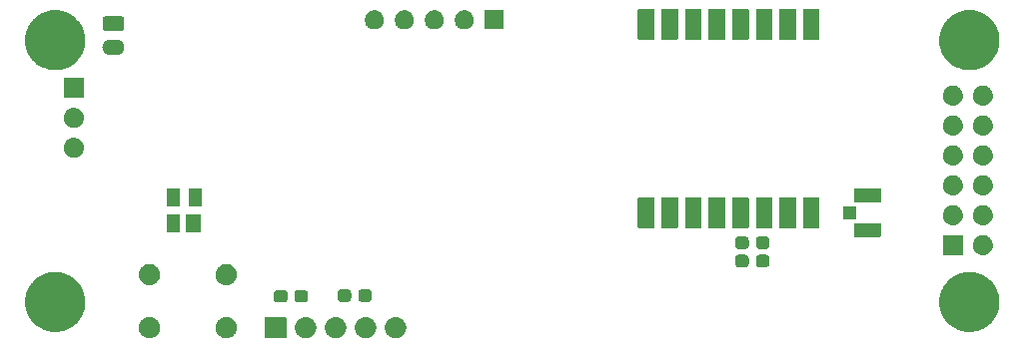
<source format=gbs>
G04 #@! TF.GenerationSoftware,KiCad,Pcbnew,6.0.0-unknown-920f128~86~ubuntu18.04.1*
G04 #@! TF.CreationDate,2019-07-19T16:12:04-04:00*
G04 #@! TF.ProjectId,Femtosat,46656d74-6f73-4617-942e-6b696361645f,rev?*
G04 #@! TF.SameCoordinates,Original*
G04 #@! TF.FileFunction,Soldermask,Bot*
G04 #@! TF.FilePolarity,Negative*
%FSLAX46Y46*%
G04 Gerber Fmt 4.6, Leading zero omitted, Abs format (unit mm)*
G04 Created by KiCad (PCBNEW 6.0.0-unknown-920f128~86~ubuntu18.04.1) date 2019-07-19 16:12:04*
%MOMM*%
%LPD*%
G04 APERTURE LIST*
%ADD10C,0.100000*%
G04 APERTURE END LIST*
D10*
G36*
X97099902Y-67699283D02*
G01*
X97144637Y-67699595D01*
X97188460Y-67708590D01*
X97238360Y-67713835D01*
X97280132Y-67727408D01*
X97317723Y-67735124D01*
X97364851Y-67754935D01*
X97418488Y-67772363D01*
X97451099Y-67791191D01*
X97480614Y-67803598D01*
X97528301Y-67835763D01*
X97582511Y-67867061D01*
X97605826Y-67888054D01*
X97627101Y-67902404D01*
X97672183Y-67947802D01*
X97723261Y-67993793D01*
X97738003Y-68014083D01*
X97751608Y-68027784D01*
X97790643Y-68086537D01*
X97834586Y-68147019D01*
X97842221Y-68164168D01*
X97849388Y-68174955D01*
X97878865Y-68246472D01*
X97911621Y-68320042D01*
X97914211Y-68332225D01*
X97916724Y-68338323D01*
X97933292Y-68421997D01*
X97950999Y-68505301D01*
X97950999Y-68694699D01*
X97948115Y-68708269D01*
X97948030Y-68714331D01*
X97929342Y-68796585D01*
X97911621Y-68879958D01*
X97909129Y-68885555D01*
X97909078Y-68885780D01*
X97837210Y-69047197D01*
X97837078Y-69047385D01*
X97834586Y-69052981D01*
X97784480Y-69121946D01*
X97735357Y-69191582D01*
X97730585Y-69196126D01*
X97723261Y-69206207D01*
X97663396Y-69260110D01*
X97607396Y-69313438D01*
X97596464Y-69320376D01*
X97582511Y-69332939D01*
X97517764Y-69370321D01*
X97458211Y-69408114D01*
X97440209Y-69415097D01*
X97418488Y-69427637D01*
X97353115Y-69448878D01*
X97293468Y-69472014D01*
X97268200Y-69476469D01*
X97238360Y-69486165D01*
X97176095Y-69492709D01*
X97119460Y-69502695D01*
X97087459Y-69502025D01*
X97050000Y-69505962D01*
X96993902Y-69500066D01*
X96942799Y-69498996D01*
X96905323Y-69490756D01*
X96861640Y-69486165D01*
X96813917Y-69470659D01*
X96770225Y-69461052D01*
X96729230Y-69443142D01*
X96681512Y-69427637D01*
X96643473Y-69405675D01*
X96608310Y-69390313D01*
X96566337Y-69361141D01*
X96517489Y-69332939D01*
X96489504Y-69307741D01*
X96463215Y-69289470D01*
X96423257Y-69248092D01*
X96376739Y-69206207D01*
X96358296Y-69180823D01*
X96340473Y-69162366D01*
X96305821Y-69108597D01*
X96265414Y-69052981D01*
X96255212Y-69030066D01*
X96244754Y-69013839D01*
X96218789Y-68948261D01*
X96188379Y-68879958D01*
X96184476Y-68861596D01*
X96179707Y-68849551D01*
X96165740Y-68773448D01*
X96149001Y-68694699D01*
X96149001Y-68682246D01*
X96147811Y-68675762D01*
X96149001Y-68590535D01*
X96149001Y-68505301D01*
X96150275Y-68499308D01*
X96150278Y-68499077D01*
X96187015Y-68326246D01*
X96187105Y-68326036D01*
X96188379Y-68320042D01*
X96223042Y-68242188D01*
X96256622Y-68163839D01*
X96260348Y-68158397D01*
X96265414Y-68147019D01*
X96312746Y-68081872D01*
X96356452Y-68018041D01*
X96365706Y-68008979D01*
X96376739Y-67993793D01*
X96432297Y-67943769D01*
X96482693Y-67894417D01*
X96498848Y-67883846D01*
X96517489Y-67867061D01*
X96577026Y-67832687D01*
X96630551Y-67797662D01*
X96654340Y-67788050D01*
X96681512Y-67772363D01*
X96741045Y-67753019D01*
X96794376Y-67731472D01*
X96825820Y-67725474D01*
X96861640Y-67713835D01*
X96917744Y-67707938D01*
X96967945Y-67698362D01*
X97006312Y-67698630D01*
X97050000Y-67694038D01*
X97099902Y-67699283D01*
X97099902Y-67699283D01*
G37*
G36*
X103599902Y-67699283D02*
G01*
X103644637Y-67699595D01*
X103688460Y-67708590D01*
X103738360Y-67713835D01*
X103780132Y-67727408D01*
X103817723Y-67735124D01*
X103864851Y-67754935D01*
X103918488Y-67772363D01*
X103951099Y-67791191D01*
X103980614Y-67803598D01*
X104028301Y-67835763D01*
X104082511Y-67867061D01*
X104105826Y-67888054D01*
X104127101Y-67902404D01*
X104172183Y-67947802D01*
X104223261Y-67993793D01*
X104238003Y-68014083D01*
X104251608Y-68027784D01*
X104290643Y-68086537D01*
X104334586Y-68147019D01*
X104342221Y-68164168D01*
X104349388Y-68174955D01*
X104378865Y-68246472D01*
X104411621Y-68320042D01*
X104414211Y-68332225D01*
X104416724Y-68338323D01*
X104433292Y-68421997D01*
X104450999Y-68505301D01*
X104450999Y-68694699D01*
X104448115Y-68708269D01*
X104448030Y-68714331D01*
X104429342Y-68796585D01*
X104411621Y-68879958D01*
X104409129Y-68885555D01*
X104409078Y-68885780D01*
X104337210Y-69047197D01*
X104337078Y-69047385D01*
X104334586Y-69052981D01*
X104284480Y-69121946D01*
X104235357Y-69191582D01*
X104230585Y-69196126D01*
X104223261Y-69206207D01*
X104163396Y-69260110D01*
X104107396Y-69313438D01*
X104096464Y-69320376D01*
X104082511Y-69332939D01*
X104017764Y-69370321D01*
X103958211Y-69408114D01*
X103940209Y-69415097D01*
X103918488Y-69427637D01*
X103853115Y-69448878D01*
X103793468Y-69472014D01*
X103768200Y-69476469D01*
X103738360Y-69486165D01*
X103676095Y-69492709D01*
X103619460Y-69502695D01*
X103587459Y-69502025D01*
X103550000Y-69505962D01*
X103493902Y-69500066D01*
X103442799Y-69498996D01*
X103405323Y-69490756D01*
X103361640Y-69486165D01*
X103313917Y-69470659D01*
X103270225Y-69461052D01*
X103229230Y-69443142D01*
X103181512Y-69427637D01*
X103143473Y-69405675D01*
X103108310Y-69390313D01*
X103066337Y-69361141D01*
X103017489Y-69332939D01*
X102989504Y-69307741D01*
X102963215Y-69289470D01*
X102923257Y-69248092D01*
X102876739Y-69206207D01*
X102858296Y-69180823D01*
X102840473Y-69162366D01*
X102805821Y-69108597D01*
X102765414Y-69052981D01*
X102755212Y-69030066D01*
X102744754Y-69013839D01*
X102718789Y-68948261D01*
X102688379Y-68879958D01*
X102684476Y-68861596D01*
X102679707Y-68849551D01*
X102665740Y-68773448D01*
X102649001Y-68694699D01*
X102649001Y-68682246D01*
X102647811Y-68675762D01*
X102649001Y-68590535D01*
X102649001Y-68505301D01*
X102650275Y-68499308D01*
X102650278Y-68499077D01*
X102687015Y-68326246D01*
X102687105Y-68326036D01*
X102688379Y-68320042D01*
X102723042Y-68242188D01*
X102756622Y-68163839D01*
X102760348Y-68158397D01*
X102765414Y-68147019D01*
X102812746Y-68081872D01*
X102856452Y-68018041D01*
X102865706Y-68008979D01*
X102876739Y-67993793D01*
X102932297Y-67943769D01*
X102982693Y-67894417D01*
X102998848Y-67883846D01*
X103017489Y-67867061D01*
X103077026Y-67832687D01*
X103130551Y-67797662D01*
X103154340Y-67788050D01*
X103181512Y-67772363D01*
X103241045Y-67753019D01*
X103294376Y-67731472D01*
X103325820Y-67725474D01*
X103361640Y-67713835D01*
X103417744Y-67707938D01*
X103467945Y-67698362D01*
X103506312Y-67698630D01*
X103550000Y-67694038D01*
X103599902Y-67699283D01*
X103599902Y-67699283D01*
G37*
G36*
X108619899Y-67701959D02*
G01*
X108636769Y-67713231D01*
X108648041Y-67730101D01*
X108654448Y-67762312D01*
X108654448Y-69437688D01*
X108651999Y-69450000D01*
X108648041Y-69469899D01*
X108636769Y-69486769D01*
X108619899Y-69498041D01*
X108600000Y-69501999D01*
X108587688Y-69504448D01*
X106912312Y-69504448D01*
X106880101Y-69498041D01*
X106863231Y-69486769D01*
X106851959Y-69469899D01*
X106845552Y-69437688D01*
X106845552Y-67762312D01*
X106851959Y-67730101D01*
X106863231Y-67713231D01*
X106880101Y-67701959D01*
X106912312Y-67695552D01*
X108587688Y-67695552D01*
X108619899Y-67701959D01*
X108619899Y-67701959D01*
G37*
G36*
X113018360Y-67713835D02*
G01*
X113099397Y-67740166D01*
X113186663Y-67767848D01*
X113189655Y-67769493D01*
X113198488Y-67772363D01*
X113270466Y-67813919D01*
X113341499Y-67852970D01*
X113348986Y-67859253D01*
X113362511Y-67867061D01*
X113420259Y-67919057D01*
X113476857Y-67966549D01*
X113486962Y-67979118D01*
X113503261Y-67993793D01*
X113545454Y-68051867D01*
X113587579Y-68104260D01*
X113597994Y-68124182D01*
X113614586Y-68147019D01*
X113641297Y-68207012D01*
X113669439Y-68260843D01*
X113677582Y-68288510D01*
X113691621Y-68320042D01*
X113703992Y-68378241D01*
X113719328Y-68430349D01*
X113722518Y-68465401D01*
X113730999Y-68505301D01*
X113730999Y-68558592D01*
X113735343Y-68606324D01*
X113730999Y-68647653D01*
X113730999Y-68694699D01*
X113721217Y-68740721D01*
X113716873Y-68782047D01*
X113702702Y-68827827D01*
X113691621Y-68879958D01*
X113675028Y-68917226D01*
X113664622Y-68950843D01*
X113638789Y-68998620D01*
X113614586Y-69052981D01*
X113594298Y-69080905D01*
X113580580Y-69106276D01*
X113541859Y-69153082D01*
X113503261Y-69206207D01*
X113482284Y-69225095D01*
X113467952Y-69242419D01*
X113415845Y-69284917D01*
X113362511Y-69332939D01*
X113343524Y-69343901D01*
X113331025Y-69354095D01*
X113265780Y-69388786D01*
X113198488Y-69427637D01*
X113183636Y-69432463D01*
X113175003Y-69437053D01*
X113097430Y-69460473D01*
X113018360Y-69486165D01*
X113009114Y-69487137D01*
X113005851Y-69488122D01*
X112914710Y-69497059D01*
X112877211Y-69501000D01*
X112782789Y-69501000D01*
X112641640Y-69486165D01*
X112560603Y-69459834D01*
X112473337Y-69432152D01*
X112470345Y-69430507D01*
X112461512Y-69427637D01*
X112389534Y-69386081D01*
X112318501Y-69347030D01*
X112311014Y-69340747D01*
X112297489Y-69332939D01*
X112239741Y-69280943D01*
X112183143Y-69233451D01*
X112173038Y-69220882D01*
X112156739Y-69206207D01*
X112114546Y-69148133D01*
X112072421Y-69095740D01*
X112062006Y-69075818D01*
X112045414Y-69052981D01*
X112018703Y-68992988D01*
X111990561Y-68939157D01*
X111982418Y-68911490D01*
X111968379Y-68879958D01*
X111956008Y-68821759D01*
X111940672Y-68769651D01*
X111937482Y-68734599D01*
X111929001Y-68694699D01*
X111929001Y-68641408D01*
X111924657Y-68593676D01*
X111929001Y-68552347D01*
X111929001Y-68505301D01*
X111938783Y-68459279D01*
X111943127Y-68417953D01*
X111957298Y-68372173D01*
X111968379Y-68320042D01*
X111984972Y-68282774D01*
X111995378Y-68249157D01*
X112021211Y-68201380D01*
X112045414Y-68147019D01*
X112065702Y-68119095D01*
X112079420Y-68093724D01*
X112118141Y-68046918D01*
X112156739Y-67993793D01*
X112177716Y-67974905D01*
X112192048Y-67957581D01*
X112244155Y-67915083D01*
X112297489Y-67867061D01*
X112316476Y-67856099D01*
X112328975Y-67845905D01*
X112394220Y-67811214D01*
X112461512Y-67772363D01*
X112476364Y-67767537D01*
X112484997Y-67762947D01*
X112562570Y-67739527D01*
X112641640Y-67713835D01*
X112650886Y-67712863D01*
X112654149Y-67711878D01*
X112745290Y-67702941D01*
X112782789Y-67699000D01*
X112877211Y-67699000D01*
X113018360Y-67713835D01*
X113018360Y-67713835D01*
G37*
G36*
X118098360Y-67713835D02*
G01*
X118179397Y-67740166D01*
X118266663Y-67767848D01*
X118269655Y-67769493D01*
X118278488Y-67772363D01*
X118350466Y-67813919D01*
X118421499Y-67852970D01*
X118428986Y-67859253D01*
X118442511Y-67867061D01*
X118500259Y-67919057D01*
X118556857Y-67966549D01*
X118566962Y-67979118D01*
X118583261Y-67993793D01*
X118625454Y-68051867D01*
X118667579Y-68104260D01*
X118677994Y-68124182D01*
X118694586Y-68147019D01*
X118721297Y-68207012D01*
X118749439Y-68260843D01*
X118757582Y-68288510D01*
X118771621Y-68320042D01*
X118783992Y-68378241D01*
X118799328Y-68430349D01*
X118802518Y-68465401D01*
X118810999Y-68505301D01*
X118810999Y-68558592D01*
X118815343Y-68606324D01*
X118810999Y-68647653D01*
X118810999Y-68694699D01*
X118801217Y-68740721D01*
X118796873Y-68782047D01*
X118782702Y-68827827D01*
X118771621Y-68879958D01*
X118755028Y-68917226D01*
X118744622Y-68950843D01*
X118718789Y-68998620D01*
X118694586Y-69052981D01*
X118674298Y-69080905D01*
X118660580Y-69106276D01*
X118621859Y-69153082D01*
X118583261Y-69206207D01*
X118562284Y-69225095D01*
X118547952Y-69242419D01*
X118495845Y-69284917D01*
X118442511Y-69332939D01*
X118423524Y-69343901D01*
X118411025Y-69354095D01*
X118345780Y-69388786D01*
X118278488Y-69427637D01*
X118263636Y-69432463D01*
X118255003Y-69437053D01*
X118177430Y-69460473D01*
X118098360Y-69486165D01*
X118089114Y-69487137D01*
X118085851Y-69488122D01*
X117994710Y-69497059D01*
X117957211Y-69501000D01*
X117862789Y-69501000D01*
X117721640Y-69486165D01*
X117640603Y-69459834D01*
X117553337Y-69432152D01*
X117550345Y-69430507D01*
X117541512Y-69427637D01*
X117469534Y-69386081D01*
X117398501Y-69347030D01*
X117391014Y-69340747D01*
X117377489Y-69332939D01*
X117319741Y-69280943D01*
X117263143Y-69233451D01*
X117253038Y-69220882D01*
X117236739Y-69206207D01*
X117194546Y-69148133D01*
X117152421Y-69095740D01*
X117142006Y-69075818D01*
X117125414Y-69052981D01*
X117098703Y-68992988D01*
X117070561Y-68939157D01*
X117062418Y-68911490D01*
X117048379Y-68879958D01*
X117036008Y-68821759D01*
X117020672Y-68769651D01*
X117017482Y-68734599D01*
X117009001Y-68694699D01*
X117009001Y-68641408D01*
X117004657Y-68593676D01*
X117009001Y-68552347D01*
X117009001Y-68505301D01*
X117018783Y-68459279D01*
X117023127Y-68417953D01*
X117037298Y-68372173D01*
X117048379Y-68320042D01*
X117064972Y-68282774D01*
X117075378Y-68249157D01*
X117101211Y-68201380D01*
X117125414Y-68147019D01*
X117145702Y-68119095D01*
X117159420Y-68093724D01*
X117198141Y-68046918D01*
X117236739Y-67993793D01*
X117257716Y-67974905D01*
X117272048Y-67957581D01*
X117324155Y-67915083D01*
X117377489Y-67867061D01*
X117396476Y-67856099D01*
X117408975Y-67845905D01*
X117474220Y-67811214D01*
X117541512Y-67772363D01*
X117556364Y-67767537D01*
X117564997Y-67762947D01*
X117642570Y-67739527D01*
X117721640Y-67713835D01*
X117730886Y-67712863D01*
X117734149Y-67711878D01*
X117825290Y-67702941D01*
X117862789Y-67699000D01*
X117957211Y-67699000D01*
X118098360Y-67713835D01*
X118098360Y-67713835D01*
G37*
G36*
X115558360Y-67713835D02*
G01*
X115639397Y-67740166D01*
X115726663Y-67767848D01*
X115729655Y-67769493D01*
X115738488Y-67772363D01*
X115810466Y-67813919D01*
X115881499Y-67852970D01*
X115888986Y-67859253D01*
X115902511Y-67867061D01*
X115960259Y-67919057D01*
X116016857Y-67966549D01*
X116026962Y-67979118D01*
X116043261Y-67993793D01*
X116085454Y-68051867D01*
X116127579Y-68104260D01*
X116137994Y-68124182D01*
X116154586Y-68147019D01*
X116181297Y-68207012D01*
X116209439Y-68260843D01*
X116217582Y-68288510D01*
X116231621Y-68320042D01*
X116243992Y-68378241D01*
X116259328Y-68430349D01*
X116262518Y-68465401D01*
X116270999Y-68505301D01*
X116270999Y-68558592D01*
X116275343Y-68606324D01*
X116270999Y-68647653D01*
X116270999Y-68694699D01*
X116261217Y-68740721D01*
X116256873Y-68782047D01*
X116242702Y-68827827D01*
X116231621Y-68879958D01*
X116215028Y-68917226D01*
X116204622Y-68950843D01*
X116178789Y-68998620D01*
X116154586Y-69052981D01*
X116134298Y-69080905D01*
X116120580Y-69106276D01*
X116081859Y-69153082D01*
X116043261Y-69206207D01*
X116022284Y-69225095D01*
X116007952Y-69242419D01*
X115955845Y-69284917D01*
X115902511Y-69332939D01*
X115883524Y-69343901D01*
X115871025Y-69354095D01*
X115805780Y-69388786D01*
X115738488Y-69427637D01*
X115723636Y-69432463D01*
X115715003Y-69437053D01*
X115637430Y-69460473D01*
X115558360Y-69486165D01*
X115549114Y-69487137D01*
X115545851Y-69488122D01*
X115454710Y-69497059D01*
X115417211Y-69501000D01*
X115322789Y-69501000D01*
X115181640Y-69486165D01*
X115100603Y-69459834D01*
X115013337Y-69432152D01*
X115010345Y-69430507D01*
X115001512Y-69427637D01*
X114929534Y-69386081D01*
X114858501Y-69347030D01*
X114851014Y-69340747D01*
X114837489Y-69332939D01*
X114779741Y-69280943D01*
X114723143Y-69233451D01*
X114713038Y-69220882D01*
X114696739Y-69206207D01*
X114654546Y-69148133D01*
X114612421Y-69095740D01*
X114602006Y-69075818D01*
X114585414Y-69052981D01*
X114558703Y-68992988D01*
X114530561Y-68939157D01*
X114522418Y-68911490D01*
X114508379Y-68879958D01*
X114496008Y-68821759D01*
X114480672Y-68769651D01*
X114477482Y-68734599D01*
X114469001Y-68694699D01*
X114469001Y-68641408D01*
X114464657Y-68593676D01*
X114469001Y-68552347D01*
X114469001Y-68505301D01*
X114478783Y-68459279D01*
X114483127Y-68417953D01*
X114497298Y-68372173D01*
X114508379Y-68320042D01*
X114524972Y-68282774D01*
X114535378Y-68249157D01*
X114561211Y-68201380D01*
X114585414Y-68147019D01*
X114605702Y-68119095D01*
X114619420Y-68093724D01*
X114658141Y-68046918D01*
X114696739Y-67993793D01*
X114717716Y-67974905D01*
X114732048Y-67957581D01*
X114784155Y-67915083D01*
X114837489Y-67867061D01*
X114856476Y-67856099D01*
X114868975Y-67845905D01*
X114934220Y-67811214D01*
X115001512Y-67772363D01*
X115016364Y-67767537D01*
X115024997Y-67762947D01*
X115102570Y-67739527D01*
X115181640Y-67713835D01*
X115190886Y-67712863D01*
X115194149Y-67711878D01*
X115285290Y-67702941D01*
X115322789Y-67699000D01*
X115417211Y-67699000D01*
X115558360Y-67713835D01*
X115558360Y-67713835D01*
G37*
G36*
X110478360Y-67713835D02*
G01*
X110559397Y-67740166D01*
X110646663Y-67767848D01*
X110649655Y-67769493D01*
X110658488Y-67772363D01*
X110730466Y-67813919D01*
X110801499Y-67852970D01*
X110808986Y-67859253D01*
X110822511Y-67867061D01*
X110880259Y-67919057D01*
X110936857Y-67966549D01*
X110946962Y-67979118D01*
X110963261Y-67993793D01*
X111005454Y-68051867D01*
X111047579Y-68104260D01*
X111057994Y-68124182D01*
X111074586Y-68147019D01*
X111101297Y-68207012D01*
X111129439Y-68260843D01*
X111137582Y-68288510D01*
X111151621Y-68320042D01*
X111163992Y-68378241D01*
X111179328Y-68430349D01*
X111182518Y-68465401D01*
X111190999Y-68505301D01*
X111190999Y-68558592D01*
X111195343Y-68606324D01*
X111190999Y-68647653D01*
X111190999Y-68694699D01*
X111181217Y-68740721D01*
X111176873Y-68782047D01*
X111162702Y-68827827D01*
X111151621Y-68879958D01*
X111135028Y-68917226D01*
X111124622Y-68950843D01*
X111098789Y-68998620D01*
X111074586Y-69052981D01*
X111054298Y-69080905D01*
X111040580Y-69106276D01*
X111001859Y-69153082D01*
X110963261Y-69206207D01*
X110942284Y-69225095D01*
X110927952Y-69242419D01*
X110875845Y-69284917D01*
X110822511Y-69332939D01*
X110803524Y-69343901D01*
X110791025Y-69354095D01*
X110725780Y-69388786D01*
X110658488Y-69427637D01*
X110643636Y-69432463D01*
X110635003Y-69437053D01*
X110557430Y-69460473D01*
X110478360Y-69486165D01*
X110469114Y-69487137D01*
X110465851Y-69488122D01*
X110374710Y-69497059D01*
X110337211Y-69501000D01*
X110242789Y-69501000D01*
X110101640Y-69486165D01*
X110020603Y-69459834D01*
X109933337Y-69432152D01*
X109930345Y-69430507D01*
X109921512Y-69427637D01*
X109849534Y-69386081D01*
X109778501Y-69347030D01*
X109771014Y-69340747D01*
X109757489Y-69332939D01*
X109699741Y-69280943D01*
X109643143Y-69233451D01*
X109633038Y-69220882D01*
X109616739Y-69206207D01*
X109574546Y-69148133D01*
X109532421Y-69095740D01*
X109522006Y-69075818D01*
X109505414Y-69052981D01*
X109478703Y-68992988D01*
X109450561Y-68939157D01*
X109442418Y-68911490D01*
X109428379Y-68879958D01*
X109416008Y-68821759D01*
X109400672Y-68769651D01*
X109397482Y-68734599D01*
X109389001Y-68694699D01*
X109389001Y-68641408D01*
X109384657Y-68593676D01*
X109389001Y-68552347D01*
X109389001Y-68505301D01*
X109398783Y-68459279D01*
X109403127Y-68417953D01*
X109417298Y-68372173D01*
X109428379Y-68320042D01*
X109444972Y-68282774D01*
X109455378Y-68249157D01*
X109481211Y-68201380D01*
X109505414Y-68147019D01*
X109525702Y-68119095D01*
X109539420Y-68093724D01*
X109578141Y-68046918D01*
X109616739Y-67993793D01*
X109637716Y-67974905D01*
X109652048Y-67957581D01*
X109704155Y-67915083D01*
X109757489Y-67867061D01*
X109776476Y-67856099D01*
X109788975Y-67845905D01*
X109854220Y-67811214D01*
X109921512Y-67772363D01*
X109936364Y-67767537D01*
X109944997Y-67762947D01*
X110022570Y-67739527D01*
X110101640Y-67713835D01*
X110110886Y-67712863D01*
X110114149Y-67711878D01*
X110205290Y-67702941D01*
X110242789Y-67699000D01*
X110337211Y-67699000D01*
X110478360Y-67713835D01*
X110478360Y-67713835D01*
G37*
G36*
X166601864Y-63877535D02*
G01*
X166656487Y-63876581D01*
X166760543Y-63887518D01*
X166865357Y-63894112D01*
X166916983Y-63903960D01*
X166966836Y-63909200D01*
X167073308Y-63933781D01*
X167180662Y-63954260D01*
X167226442Y-63969135D01*
X167270897Y-63979398D01*
X167377958Y-64018365D01*
X167485942Y-64053451D01*
X167525504Y-64072067D01*
X167564146Y-64086132D01*
X167669869Y-64140001D01*
X167776383Y-64190122D01*
X167809555Y-64211174D01*
X167842194Y-64227804D01*
X167944555Y-64296848D01*
X168047404Y-64362118D01*
X168074261Y-64384336D01*
X168100901Y-64402305D01*
X168197757Y-64486500D01*
X168294732Y-64566725D01*
X168315562Y-64588907D01*
X168336422Y-64607040D01*
X168425665Y-64706155D01*
X168514465Y-64800717D01*
X168529741Y-64821743D01*
X168545229Y-64838944D01*
X168624764Y-64952531D01*
X168703138Y-65060404D01*
X168713516Y-65079281D01*
X168724222Y-65094571D01*
X168791989Y-65222023D01*
X168857777Y-65341690D01*
X168864075Y-65357598D01*
X168870725Y-65370104D01*
X168924764Y-65510879D01*
X168975941Y-65640139D01*
X168979091Y-65652406D01*
X168982560Y-65661444D01*
X169021111Y-65816066D01*
X169055768Y-65951045D01*
X169056798Y-65959199D01*
X169058054Y-65964236D01*
X169079511Y-66138992D01*
X169095999Y-66269505D01*
X169095999Y-66590495D01*
X169085345Y-66674834D01*
X169084137Y-66720948D01*
X169067851Y-66813311D01*
X169055768Y-66908955D01*
X169040501Y-66968415D01*
X169030232Y-67026654D01*
X169000992Y-67122294D01*
X168975941Y-67219861D01*
X168954966Y-67272837D01*
X168938995Y-67325077D01*
X168896441Y-67420656D01*
X168857777Y-67518310D01*
X168832458Y-67564365D01*
X168812068Y-67610162D01*
X168755781Y-67703839D01*
X168703138Y-67799596D01*
X168674849Y-67838533D01*
X168651343Y-67877653D01*
X168581181Y-67967456D01*
X168514465Y-68059283D01*
X168484542Y-68091148D01*
X168459225Y-68123552D01*
X168375327Y-68207450D01*
X168294732Y-68293275D01*
X168264454Y-68318323D01*
X168238552Y-68344225D01*
X168141253Y-68420244D01*
X168047404Y-68497882D01*
X168017981Y-68516554D01*
X167992653Y-68536343D01*
X167882621Y-68602457D01*
X167776383Y-68669878D01*
X167748856Y-68682831D01*
X167725162Y-68697068D01*
X167603322Y-68751314D01*
X167485942Y-68806549D01*
X167461220Y-68814582D01*
X167440077Y-68823995D01*
X167307511Y-68864524D01*
X167180662Y-68905740D01*
X167159492Y-68909778D01*
X167141654Y-68915232D01*
X166999551Y-68940289D01*
X166865357Y-68965888D01*
X166848281Y-68966962D01*
X166834332Y-68969422D01*
X166683751Y-68977314D01*
X166545000Y-68986043D01*
X166532359Y-68985248D01*
X166522698Y-68985754D01*
X166363827Y-68974645D01*
X166224643Y-68965888D01*
X166216565Y-68964347D01*
X166211387Y-68963985D01*
X166038581Y-68930394D01*
X165909338Y-68905740D01*
X165905753Y-68904575D01*
X165905068Y-68904442D01*
X165608274Y-68808008D01*
X165607644Y-68807714D01*
X165604058Y-68806549D01*
X165484856Y-68750457D01*
X165325454Y-68676126D01*
X165321061Y-68673381D01*
X165313617Y-68669878D01*
X165195860Y-68595147D01*
X165060808Y-68510757D01*
X165053288Y-68504667D01*
X165042596Y-68497882D01*
X164935514Y-68409297D01*
X164818298Y-68314377D01*
X164808455Y-68304184D01*
X164795268Y-68293275D01*
X164701744Y-68193682D01*
X164601514Y-68089891D01*
X164590287Y-68074992D01*
X164575535Y-68059283D01*
X164497157Y-67951405D01*
X164413711Y-67840668D01*
X164402134Y-67820617D01*
X164386862Y-67799596D01*
X164324377Y-67685937D01*
X164257680Y-67570414D01*
X164246880Y-67544971D01*
X164232223Y-67518310D01*
X164185899Y-67401308D01*
X164135750Y-67283165D01*
X164126892Y-67252273D01*
X164114059Y-67219861D01*
X164083765Y-67101873D01*
X164049731Y-66983184D01*
X164044000Y-66946998D01*
X164034232Y-66908955D01*
X164019483Y-66792202D01*
X164000915Y-66674970D01*
X163999480Y-66633863D01*
X163994001Y-66590495D01*
X163994001Y-66476960D01*
X163990025Y-66363091D01*
X163994001Y-66317644D01*
X163994001Y-66269505D01*
X164007698Y-66161081D01*
X164017222Y-66052221D01*
X164027646Y-66003182D01*
X164034232Y-65951045D01*
X164060346Y-65849338D01*
X164082102Y-65746983D01*
X164099891Y-65695320D01*
X164114059Y-65640139D01*
X164151136Y-65546493D01*
X164183702Y-65451914D01*
X164209629Y-65398755D01*
X164232223Y-65341690D01*
X164278659Y-65257224D01*
X164320499Y-65171439D01*
X164355173Y-65118046D01*
X164386862Y-65060404D01*
X164440969Y-64985932D01*
X164490459Y-64909724D01*
X164534277Y-64857504D01*
X164575535Y-64800717D01*
X164635587Y-64736768D01*
X164691051Y-64670669D01*
X164744201Y-64621105D01*
X164795268Y-64566725D01*
X164859499Y-64513589D01*
X164919281Y-64457841D01*
X164981746Y-64412458D01*
X165042596Y-64362118D01*
X165109274Y-64319803D01*
X165171739Y-64274419D01*
X165243232Y-64234790D01*
X165313617Y-64190122D01*
X165381119Y-64158358D01*
X165444683Y-64123124D01*
X165524683Y-64090802D01*
X165604058Y-64053451D01*
X165670822Y-64031758D01*
X165734014Y-64006227D01*
X165821764Y-63982714D01*
X165909338Y-63954260D01*
X165973970Y-63941931D01*
X166035443Y-63925459D01*
X166129923Y-63912181D01*
X166224643Y-63894112D01*
X166285926Y-63890256D01*
X166344475Y-63882028D01*
X166444458Y-63880283D01*
X166545000Y-63873957D01*
X166601864Y-63877535D01*
X166601864Y-63877535D01*
G37*
G36*
X89121864Y-63877535D02*
G01*
X89176487Y-63876581D01*
X89280543Y-63887518D01*
X89385357Y-63894112D01*
X89436983Y-63903960D01*
X89486836Y-63909200D01*
X89593308Y-63933781D01*
X89700662Y-63954260D01*
X89746442Y-63969135D01*
X89790897Y-63979398D01*
X89897958Y-64018365D01*
X90005942Y-64053451D01*
X90045504Y-64072067D01*
X90084146Y-64086132D01*
X90189869Y-64140001D01*
X90296383Y-64190122D01*
X90329555Y-64211174D01*
X90362194Y-64227804D01*
X90464555Y-64296848D01*
X90567404Y-64362118D01*
X90594261Y-64384336D01*
X90620901Y-64402305D01*
X90717757Y-64486500D01*
X90814732Y-64566725D01*
X90835562Y-64588907D01*
X90856422Y-64607040D01*
X90945665Y-64706155D01*
X91034465Y-64800717D01*
X91049741Y-64821743D01*
X91065229Y-64838944D01*
X91144764Y-64952531D01*
X91223138Y-65060404D01*
X91233516Y-65079281D01*
X91244222Y-65094571D01*
X91311989Y-65222023D01*
X91377777Y-65341690D01*
X91384075Y-65357598D01*
X91390725Y-65370104D01*
X91444764Y-65510879D01*
X91495941Y-65640139D01*
X91499091Y-65652406D01*
X91502560Y-65661444D01*
X91541111Y-65816066D01*
X91575768Y-65951045D01*
X91576798Y-65959199D01*
X91578054Y-65964236D01*
X91599511Y-66138992D01*
X91615999Y-66269505D01*
X91615999Y-66590495D01*
X91605345Y-66674834D01*
X91604137Y-66720948D01*
X91587851Y-66813311D01*
X91575768Y-66908955D01*
X91560501Y-66968415D01*
X91550232Y-67026654D01*
X91520992Y-67122294D01*
X91495941Y-67219861D01*
X91474966Y-67272837D01*
X91458995Y-67325077D01*
X91416441Y-67420656D01*
X91377777Y-67518310D01*
X91352458Y-67564365D01*
X91332068Y-67610162D01*
X91275781Y-67703839D01*
X91223138Y-67799596D01*
X91194849Y-67838533D01*
X91171343Y-67877653D01*
X91101181Y-67967456D01*
X91034465Y-68059283D01*
X91004542Y-68091148D01*
X90979225Y-68123552D01*
X90895327Y-68207450D01*
X90814732Y-68293275D01*
X90784454Y-68318323D01*
X90758552Y-68344225D01*
X90661253Y-68420244D01*
X90567404Y-68497882D01*
X90537981Y-68516554D01*
X90512653Y-68536343D01*
X90402621Y-68602457D01*
X90296383Y-68669878D01*
X90268856Y-68682831D01*
X90245162Y-68697068D01*
X90123322Y-68751314D01*
X90005942Y-68806549D01*
X89981220Y-68814582D01*
X89960077Y-68823995D01*
X89827511Y-68864524D01*
X89700662Y-68905740D01*
X89679492Y-68909778D01*
X89661654Y-68915232D01*
X89519551Y-68940289D01*
X89385357Y-68965888D01*
X89368281Y-68966962D01*
X89354332Y-68969422D01*
X89203751Y-68977314D01*
X89065000Y-68986043D01*
X89052359Y-68985248D01*
X89042698Y-68985754D01*
X88883827Y-68974645D01*
X88744643Y-68965888D01*
X88736565Y-68964347D01*
X88731387Y-68963985D01*
X88558581Y-68930394D01*
X88429338Y-68905740D01*
X88425753Y-68904575D01*
X88425068Y-68904442D01*
X88128274Y-68808008D01*
X88127644Y-68807714D01*
X88124058Y-68806549D01*
X88004856Y-68750457D01*
X87845454Y-68676126D01*
X87841061Y-68673381D01*
X87833617Y-68669878D01*
X87715860Y-68595147D01*
X87580808Y-68510757D01*
X87573288Y-68504667D01*
X87562596Y-68497882D01*
X87455514Y-68409297D01*
X87338298Y-68314377D01*
X87328455Y-68304184D01*
X87315268Y-68293275D01*
X87221744Y-68193682D01*
X87121514Y-68089891D01*
X87110287Y-68074992D01*
X87095535Y-68059283D01*
X87017157Y-67951405D01*
X86933711Y-67840668D01*
X86922134Y-67820617D01*
X86906862Y-67799596D01*
X86844377Y-67685937D01*
X86777680Y-67570414D01*
X86766880Y-67544971D01*
X86752223Y-67518310D01*
X86705899Y-67401308D01*
X86655750Y-67283165D01*
X86646892Y-67252273D01*
X86634059Y-67219861D01*
X86603765Y-67101873D01*
X86569731Y-66983184D01*
X86564000Y-66946998D01*
X86554232Y-66908955D01*
X86539483Y-66792202D01*
X86520915Y-66674970D01*
X86519480Y-66633863D01*
X86514001Y-66590495D01*
X86514001Y-66476960D01*
X86510025Y-66363091D01*
X86514001Y-66317644D01*
X86514001Y-66269505D01*
X86527698Y-66161081D01*
X86537222Y-66052221D01*
X86547646Y-66003182D01*
X86554232Y-65951045D01*
X86580346Y-65849338D01*
X86602102Y-65746983D01*
X86619891Y-65695320D01*
X86634059Y-65640139D01*
X86671136Y-65546493D01*
X86703702Y-65451914D01*
X86729629Y-65398755D01*
X86752223Y-65341690D01*
X86798659Y-65257224D01*
X86840499Y-65171439D01*
X86875173Y-65118046D01*
X86906862Y-65060404D01*
X86960969Y-64985932D01*
X87010459Y-64909724D01*
X87054277Y-64857504D01*
X87095535Y-64800717D01*
X87155587Y-64736768D01*
X87211051Y-64670669D01*
X87264201Y-64621105D01*
X87315268Y-64566725D01*
X87379499Y-64513589D01*
X87439281Y-64457841D01*
X87501746Y-64412458D01*
X87562596Y-64362118D01*
X87629274Y-64319803D01*
X87691739Y-64274419D01*
X87763232Y-64234790D01*
X87833617Y-64190122D01*
X87901119Y-64158358D01*
X87964683Y-64123124D01*
X88044683Y-64090802D01*
X88124058Y-64053451D01*
X88190822Y-64031758D01*
X88254014Y-64006227D01*
X88341764Y-63982714D01*
X88429338Y-63954260D01*
X88493970Y-63941931D01*
X88555443Y-63925459D01*
X88649923Y-63912181D01*
X88744643Y-63894112D01*
X88805926Y-63890256D01*
X88864475Y-63882028D01*
X88964458Y-63880283D01*
X89065000Y-63873957D01*
X89121864Y-63877535D01*
X89121864Y-63877535D01*
G37*
G36*
X108457980Y-65423117D02*
G01*
X108458386Y-65423117D01*
X108460637Y-65423538D01*
X108549801Y-65437660D01*
X108557691Y-65441680D01*
X108564409Y-65442936D01*
X108584176Y-65455175D01*
X108631229Y-65479150D01*
X108644776Y-65492697D01*
X108656114Y-65499717D01*
X108669432Y-65517353D01*
X108695850Y-65543771D01*
X108709267Y-65570103D01*
X108721114Y-65585791D01*
X108724418Y-65599838D01*
X108737340Y-65625199D01*
X108751686Y-65715777D01*
X108751883Y-65716614D01*
X108751883Y-65717020D01*
X108753194Y-65725297D01*
X108753194Y-66174703D01*
X108751883Y-66182980D01*
X108751883Y-66183386D01*
X108751462Y-66185637D01*
X108737340Y-66274801D01*
X108733320Y-66282691D01*
X108732064Y-66289409D01*
X108719825Y-66309176D01*
X108695850Y-66356229D01*
X108682303Y-66369776D01*
X108675283Y-66381114D01*
X108657647Y-66394432D01*
X108631229Y-66420850D01*
X108604897Y-66434267D01*
X108589209Y-66446114D01*
X108575162Y-66449418D01*
X108549801Y-66462340D01*
X108459223Y-66476686D01*
X108458386Y-66476883D01*
X108457980Y-66476883D01*
X108449703Y-66478194D01*
X107900297Y-66478194D01*
X107892020Y-66476883D01*
X107891614Y-66476883D01*
X107889363Y-66476462D01*
X107800199Y-66462340D01*
X107792309Y-66458320D01*
X107785591Y-66457064D01*
X107765824Y-66444825D01*
X107718771Y-66420850D01*
X107705224Y-66407303D01*
X107693886Y-66400283D01*
X107680568Y-66382647D01*
X107654150Y-66356229D01*
X107640733Y-66329897D01*
X107628886Y-66314209D01*
X107625582Y-66300162D01*
X107612660Y-66274801D01*
X107598314Y-66184223D01*
X107598117Y-66183386D01*
X107598117Y-66182980D01*
X107596806Y-66174703D01*
X107596806Y-65725297D01*
X107598117Y-65717020D01*
X107598117Y-65716614D01*
X107598538Y-65714363D01*
X107612660Y-65625199D01*
X107616680Y-65617309D01*
X107617936Y-65610591D01*
X107630175Y-65590824D01*
X107654150Y-65543771D01*
X107667697Y-65530224D01*
X107674717Y-65518886D01*
X107692353Y-65505568D01*
X107718771Y-65479150D01*
X107745103Y-65465733D01*
X107760791Y-65453886D01*
X107774838Y-65450582D01*
X107800199Y-65437660D01*
X107890777Y-65423314D01*
X107891614Y-65423117D01*
X107892020Y-65423117D01*
X107900297Y-65421806D01*
X108449703Y-65421806D01*
X108457980Y-65423117D01*
X108457980Y-65423117D01*
G37*
G36*
X110207980Y-65423117D02*
G01*
X110208386Y-65423117D01*
X110210637Y-65423538D01*
X110299801Y-65437660D01*
X110307691Y-65441680D01*
X110314409Y-65442936D01*
X110334176Y-65455175D01*
X110381229Y-65479150D01*
X110394776Y-65492697D01*
X110406114Y-65499717D01*
X110419432Y-65517353D01*
X110445850Y-65543771D01*
X110459267Y-65570103D01*
X110471114Y-65585791D01*
X110474418Y-65599838D01*
X110487340Y-65625199D01*
X110501686Y-65715777D01*
X110501883Y-65716614D01*
X110501883Y-65717020D01*
X110503194Y-65725297D01*
X110503194Y-66174703D01*
X110501883Y-66182980D01*
X110501883Y-66183386D01*
X110501462Y-66185637D01*
X110487340Y-66274801D01*
X110483320Y-66282691D01*
X110482064Y-66289409D01*
X110469825Y-66309176D01*
X110445850Y-66356229D01*
X110432303Y-66369776D01*
X110425283Y-66381114D01*
X110407647Y-66394432D01*
X110381229Y-66420850D01*
X110354897Y-66434267D01*
X110339209Y-66446114D01*
X110325162Y-66449418D01*
X110299801Y-66462340D01*
X110209223Y-66476686D01*
X110208386Y-66476883D01*
X110207980Y-66476883D01*
X110199703Y-66478194D01*
X109650297Y-66478194D01*
X109642020Y-66476883D01*
X109641614Y-66476883D01*
X109639363Y-66476462D01*
X109550199Y-66462340D01*
X109542309Y-66458320D01*
X109535591Y-66457064D01*
X109515824Y-66444825D01*
X109468771Y-66420850D01*
X109455224Y-66407303D01*
X109443886Y-66400283D01*
X109430568Y-66382647D01*
X109404150Y-66356229D01*
X109390733Y-66329897D01*
X109378886Y-66314209D01*
X109375582Y-66300162D01*
X109362660Y-66274801D01*
X109348314Y-66184223D01*
X109348117Y-66183386D01*
X109348117Y-66182980D01*
X109346806Y-66174703D01*
X109346806Y-65725297D01*
X109348117Y-65717020D01*
X109348117Y-65716614D01*
X109348538Y-65714363D01*
X109362660Y-65625199D01*
X109366680Y-65617309D01*
X109367936Y-65610591D01*
X109380175Y-65590824D01*
X109404150Y-65543771D01*
X109417697Y-65530224D01*
X109424717Y-65518886D01*
X109442353Y-65505568D01*
X109468771Y-65479150D01*
X109495103Y-65465733D01*
X109510791Y-65453886D01*
X109524838Y-65450582D01*
X109550199Y-65437660D01*
X109640777Y-65423314D01*
X109641614Y-65423117D01*
X109642020Y-65423117D01*
X109650297Y-65421806D01*
X110199703Y-65421806D01*
X110207980Y-65423117D01*
X110207980Y-65423117D01*
G37*
G36*
X115607980Y-65373117D02*
G01*
X115608386Y-65373117D01*
X115610637Y-65373538D01*
X115699801Y-65387660D01*
X115707691Y-65391680D01*
X115714409Y-65392936D01*
X115734176Y-65405175D01*
X115781229Y-65429150D01*
X115794776Y-65442697D01*
X115806114Y-65449717D01*
X115819432Y-65467353D01*
X115845850Y-65493771D01*
X115859267Y-65520103D01*
X115871114Y-65535791D01*
X115874418Y-65549838D01*
X115887340Y-65575199D01*
X115901686Y-65665777D01*
X115901883Y-65666614D01*
X115901883Y-65667020D01*
X115903194Y-65675297D01*
X115903194Y-66124703D01*
X115901883Y-66132980D01*
X115901883Y-66133386D01*
X115901462Y-66135637D01*
X115887340Y-66224801D01*
X115883320Y-66232691D01*
X115882064Y-66239409D01*
X115869825Y-66259176D01*
X115845850Y-66306229D01*
X115832303Y-66319776D01*
X115825283Y-66331114D01*
X115807647Y-66344432D01*
X115781229Y-66370850D01*
X115754897Y-66384267D01*
X115739209Y-66396114D01*
X115725162Y-66399418D01*
X115699801Y-66412340D01*
X115609223Y-66426686D01*
X115608386Y-66426883D01*
X115607980Y-66426883D01*
X115599703Y-66428194D01*
X115050297Y-66428194D01*
X115042020Y-66426883D01*
X115041614Y-66426883D01*
X115039363Y-66426462D01*
X114950199Y-66412340D01*
X114942309Y-66408320D01*
X114935591Y-66407064D01*
X114915824Y-66394825D01*
X114868771Y-66370850D01*
X114855224Y-66357303D01*
X114843886Y-66350283D01*
X114830568Y-66332647D01*
X114804150Y-66306229D01*
X114790733Y-66279897D01*
X114778886Y-66264209D01*
X114775582Y-66250162D01*
X114762660Y-66224801D01*
X114748314Y-66134223D01*
X114748117Y-66133386D01*
X114748117Y-66132980D01*
X114746806Y-66124703D01*
X114746806Y-65675297D01*
X114748117Y-65667020D01*
X114748117Y-65666614D01*
X114748538Y-65664363D01*
X114762660Y-65575199D01*
X114766680Y-65567309D01*
X114767936Y-65560591D01*
X114780175Y-65540824D01*
X114804150Y-65493771D01*
X114817697Y-65480224D01*
X114824717Y-65468886D01*
X114842353Y-65455568D01*
X114868771Y-65429150D01*
X114895103Y-65415733D01*
X114910791Y-65403886D01*
X114924838Y-65400582D01*
X114950199Y-65387660D01*
X115040777Y-65373314D01*
X115041614Y-65373117D01*
X115042020Y-65373117D01*
X115050297Y-65371806D01*
X115599703Y-65371806D01*
X115607980Y-65373117D01*
X115607980Y-65373117D01*
G37*
G36*
X113857980Y-65373117D02*
G01*
X113858386Y-65373117D01*
X113860637Y-65373538D01*
X113949801Y-65387660D01*
X113957691Y-65391680D01*
X113964409Y-65392936D01*
X113984176Y-65405175D01*
X114031229Y-65429150D01*
X114044776Y-65442697D01*
X114056114Y-65449717D01*
X114069432Y-65467353D01*
X114095850Y-65493771D01*
X114109267Y-65520103D01*
X114121114Y-65535791D01*
X114124418Y-65549838D01*
X114137340Y-65575199D01*
X114151686Y-65665777D01*
X114151883Y-65666614D01*
X114151883Y-65667020D01*
X114153194Y-65675297D01*
X114153194Y-66124703D01*
X114151883Y-66132980D01*
X114151883Y-66133386D01*
X114151462Y-66135637D01*
X114137340Y-66224801D01*
X114133320Y-66232691D01*
X114132064Y-66239409D01*
X114119825Y-66259176D01*
X114095850Y-66306229D01*
X114082303Y-66319776D01*
X114075283Y-66331114D01*
X114057647Y-66344432D01*
X114031229Y-66370850D01*
X114004897Y-66384267D01*
X113989209Y-66396114D01*
X113975162Y-66399418D01*
X113949801Y-66412340D01*
X113859223Y-66426686D01*
X113858386Y-66426883D01*
X113857980Y-66426883D01*
X113849703Y-66428194D01*
X113300297Y-66428194D01*
X113292020Y-66426883D01*
X113291614Y-66426883D01*
X113289363Y-66426462D01*
X113200199Y-66412340D01*
X113192309Y-66408320D01*
X113185591Y-66407064D01*
X113165824Y-66394825D01*
X113118771Y-66370850D01*
X113105224Y-66357303D01*
X113093886Y-66350283D01*
X113080568Y-66332647D01*
X113054150Y-66306229D01*
X113040733Y-66279897D01*
X113028886Y-66264209D01*
X113025582Y-66250162D01*
X113012660Y-66224801D01*
X112998314Y-66134223D01*
X112998117Y-66133386D01*
X112998117Y-66132980D01*
X112996806Y-66124703D01*
X112996806Y-65675297D01*
X112998117Y-65667020D01*
X112998117Y-65666614D01*
X112998538Y-65664363D01*
X113012660Y-65575199D01*
X113016680Y-65567309D01*
X113017936Y-65560591D01*
X113030175Y-65540824D01*
X113054150Y-65493771D01*
X113067697Y-65480224D01*
X113074717Y-65468886D01*
X113092353Y-65455568D01*
X113118771Y-65429150D01*
X113145103Y-65415733D01*
X113160791Y-65403886D01*
X113174838Y-65400582D01*
X113200199Y-65387660D01*
X113290777Y-65373314D01*
X113291614Y-65373117D01*
X113292020Y-65373117D01*
X113300297Y-65371806D01*
X113849703Y-65371806D01*
X113857980Y-65373117D01*
X113857980Y-65373117D01*
G37*
G36*
X103599902Y-63199283D02*
G01*
X103644637Y-63199595D01*
X103688460Y-63208590D01*
X103738360Y-63213835D01*
X103780132Y-63227408D01*
X103817723Y-63235124D01*
X103864851Y-63254935D01*
X103918488Y-63272363D01*
X103951099Y-63291191D01*
X103980614Y-63303598D01*
X104028301Y-63335763D01*
X104082511Y-63367061D01*
X104105826Y-63388054D01*
X104127101Y-63402404D01*
X104172183Y-63447802D01*
X104223261Y-63493793D01*
X104238003Y-63514083D01*
X104251608Y-63527784D01*
X104290643Y-63586537D01*
X104334586Y-63647019D01*
X104342221Y-63664168D01*
X104349388Y-63674955D01*
X104378865Y-63746472D01*
X104411621Y-63820042D01*
X104414211Y-63832225D01*
X104416724Y-63838323D01*
X104433292Y-63921997D01*
X104450999Y-64005301D01*
X104450999Y-64194699D01*
X104448115Y-64208269D01*
X104448030Y-64214331D01*
X104429342Y-64296585D01*
X104411621Y-64379958D01*
X104409129Y-64385555D01*
X104409078Y-64385780D01*
X104337210Y-64547197D01*
X104337078Y-64547385D01*
X104334586Y-64552981D01*
X104284480Y-64621946D01*
X104235357Y-64691582D01*
X104230585Y-64696126D01*
X104223261Y-64706207D01*
X104163396Y-64760110D01*
X104107396Y-64813438D01*
X104096464Y-64820376D01*
X104082511Y-64832939D01*
X104017764Y-64870321D01*
X103958211Y-64908114D01*
X103940209Y-64915097D01*
X103918488Y-64927637D01*
X103853115Y-64948878D01*
X103793468Y-64972014D01*
X103768200Y-64976469D01*
X103738360Y-64986165D01*
X103676095Y-64992709D01*
X103619460Y-65002695D01*
X103587459Y-65002025D01*
X103550000Y-65005962D01*
X103493902Y-65000066D01*
X103442799Y-64998996D01*
X103405323Y-64990756D01*
X103361640Y-64986165D01*
X103313917Y-64970659D01*
X103270225Y-64961052D01*
X103229230Y-64943142D01*
X103181512Y-64927637D01*
X103143473Y-64905675D01*
X103108310Y-64890313D01*
X103066337Y-64861141D01*
X103017489Y-64832939D01*
X102989504Y-64807741D01*
X102963215Y-64789470D01*
X102923257Y-64748092D01*
X102876739Y-64706207D01*
X102858296Y-64680823D01*
X102840473Y-64662366D01*
X102805821Y-64608597D01*
X102765414Y-64552981D01*
X102755212Y-64530066D01*
X102744754Y-64513839D01*
X102718789Y-64448261D01*
X102688379Y-64379958D01*
X102684476Y-64361596D01*
X102679707Y-64349551D01*
X102665740Y-64273448D01*
X102649001Y-64194699D01*
X102649001Y-64182246D01*
X102647811Y-64175762D01*
X102649001Y-64090535D01*
X102649001Y-64005301D01*
X102650275Y-63999308D01*
X102650278Y-63999077D01*
X102687015Y-63826246D01*
X102687105Y-63826036D01*
X102688379Y-63820042D01*
X102723042Y-63742188D01*
X102756622Y-63663839D01*
X102760348Y-63658397D01*
X102765414Y-63647019D01*
X102812746Y-63581872D01*
X102856452Y-63518041D01*
X102865706Y-63508979D01*
X102876739Y-63493793D01*
X102932297Y-63443769D01*
X102982693Y-63394417D01*
X102998848Y-63383846D01*
X103017489Y-63367061D01*
X103077026Y-63332687D01*
X103130551Y-63297662D01*
X103154340Y-63288050D01*
X103181512Y-63272363D01*
X103241045Y-63253019D01*
X103294376Y-63231472D01*
X103325820Y-63225474D01*
X103361640Y-63213835D01*
X103417744Y-63207938D01*
X103467945Y-63198362D01*
X103506312Y-63198630D01*
X103550000Y-63194038D01*
X103599902Y-63199283D01*
X103599902Y-63199283D01*
G37*
G36*
X97099902Y-63199283D02*
G01*
X97144637Y-63199595D01*
X97188460Y-63208590D01*
X97238360Y-63213835D01*
X97280132Y-63227408D01*
X97317723Y-63235124D01*
X97364851Y-63254935D01*
X97418488Y-63272363D01*
X97451099Y-63291191D01*
X97480614Y-63303598D01*
X97528301Y-63335763D01*
X97582511Y-63367061D01*
X97605826Y-63388054D01*
X97627101Y-63402404D01*
X97672183Y-63447802D01*
X97723261Y-63493793D01*
X97738003Y-63514083D01*
X97751608Y-63527784D01*
X97790643Y-63586537D01*
X97834586Y-63647019D01*
X97842221Y-63664168D01*
X97849388Y-63674955D01*
X97878865Y-63746472D01*
X97911621Y-63820042D01*
X97914211Y-63832225D01*
X97916724Y-63838323D01*
X97933292Y-63921997D01*
X97950999Y-64005301D01*
X97950999Y-64194699D01*
X97948115Y-64208269D01*
X97948030Y-64214331D01*
X97929342Y-64296585D01*
X97911621Y-64379958D01*
X97909129Y-64385555D01*
X97909078Y-64385780D01*
X97837210Y-64547197D01*
X97837078Y-64547385D01*
X97834586Y-64552981D01*
X97784480Y-64621946D01*
X97735357Y-64691582D01*
X97730585Y-64696126D01*
X97723261Y-64706207D01*
X97663396Y-64760110D01*
X97607396Y-64813438D01*
X97596464Y-64820376D01*
X97582511Y-64832939D01*
X97517764Y-64870321D01*
X97458211Y-64908114D01*
X97440209Y-64915097D01*
X97418488Y-64927637D01*
X97353115Y-64948878D01*
X97293468Y-64972014D01*
X97268200Y-64976469D01*
X97238360Y-64986165D01*
X97176095Y-64992709D01*
X97119460Y-65002695D01*
X97087459Y-65002025D01*
X97050000Y-65005962D01*
X96993902Y-65000066D01*
X96942799Y-64998996D01*
X96905323Y-64990756D01*
X96861640Y-64986165D01*
X96813917Y-64970659D01*
X96770225Y-64961052D01*
X96729230Y-64943142D01*
X96681512Y-64927637D01*
X96643473Y-64905675D01*
X96608310Y-64890313D01*
X96566337Y-64861141D01*
X96517489Y-64832939D01*
X96489504Y-64807741D01*
X96463215Y-64789470D01*
X96423257Y-64748092D01*
X96376739Y-64706207D01*
X96358296Y-64680823D01*
X96340473Y-64662366D01*
X96305821Y-64608597D01*
X96265414Y-64552981D01*
X96255212Y-64530066D01*
X96244754Y-64513839D01*
X96218789Y-64448261D01*
X96188379Y-64379958D01*
X96184476Y-64361596D01*
X96179707Y-64349551D01*
X96165740Y-64273448D01*
X96149001Y-64194699D01*
X96149001Y-64182246D01*
X96147811Y-64175762D01*
X96149001Y-64090535D01*
X96149001Y-64005301D01*
X96150275Y-63999308D01*
X96150278Y-63999077D01*
X96187015Y-63826246D01*
X96187105Y-63826036D01*
X96188379Y-63820042D01*
X96223042Y-63742188D01*
X96256622Y-63663839D01*
X96260348Y-63658397D01*
X96265414Y-63647019D01*
X96312746Y-63581872D01*
X96356452Y-63518041D01*
X96365706Y-63508979D01*
X96376739Y-63493793D01*
X96432297Y-63443769D01*
X96482693Y-63394417D01*
X96498848Y-63383846D01*
X96517489Y-63367061D01*
X96577026Y-63332687D01*
X96630551Y-63297662D01*
X96654340Y-63288050D01*
X96681512Y-63272363D01*
X96741045Y-63253019D01*
X96794376Y-63231472D01*
X96825820Y-63225474D01*
X96861640Y-63213835D01*
X96917744Y-63207938D01*
X96967945Y-63198362D01*
X97006312Y-63198630D01*
X97050000Y-63194038D01*
X97099902Y-63199283D01*
X97099902Y-63199283D01*
G37*
G36*
X149307980Y-62423117D02*
G01*
X149308386Y-62423117D01*
X149310637Y-62423538D01*
X149399801Y-62437660D01*
X149407691Y-62441680D01*
X149414409Y-62442936D01*
X149434176Y-62455175D01*
X149481229Y-62479150D01*
X149494776Y-62492697D01*
X149506114Y-62499717D01*
X149519432Y-62517353D01*
X149545850Y-62543771D01*
X149559267Y-62570103D01*
X149571114Y-62585791D01*
X149574418Y-62599838D01*
X149587340Y-62625199D01*
X149601686Y-62715777D01*
X149601883Y-62716614D01*
X149601883Y-62717020D01*
X149603194Y-62725297D01*
X149603194Y-63174703D01*
X149601883Y-63182980D01*
X149601883Y-63183386D01*
X149601462Y-63185637D01*
X149587340Y-63274801D01*
X149583320Y-63282691D01*
X149582064Y-63289409D01*
X149569825Y-63309176D01*
X149545850Y-63356229D01*
X149532303Y-63369776D01*
X149525283Y-63381114D01*
X149507647Y-63394432D01*
X149481229Y-63420850D01*
X149454897Y-63434267D01*
X149439209Y-63446114D01*
X149425162Y-63449418D01*
X149399801Y-63462340D01*
X149309223Y-63476686D01*
X149308386Y-63476883D01*
X149307980Y-63476883D01*
X149299703Y-63478194D01*
X148750297Y-63478194D01*
X148742020Y-63476883D01*
X148741614Y-63476883D01*
X148739363Y-63476462D01*
X148650199Y-63462340D01*
X148642309Y-63458320D01*
X148635591Y-63457064D01*
X148615824Y-63444825D01*
X148568771Y-63420850D01*
X148555224Y-63407303D01*
X148543886Y-63400283D01*
X148530568Y-63382647D01*
X148504150Y-63356229D01*
X148490733Y-63329897D01*
X148478886Y-63314209D01*
X148475582Y-63300162D01*
X148462660Y-63274801D01*
X148448314Y-63184223D01*
X148448117Y-63183386D01*
X148448117Y-63182980D01*
X148446806Y-63174703D01*
X148446806Y-62725297D01*
X148448117Y-62717020D01*
X148448117Y-62716614D01*
X148448538Y-62714363D01*
X148462660Y-62625199D01*
X148466680Y-62617309D01*
X148467936Y-62610591D01*
X148480175Y-62590824D01*
X148504150Y-62543771D01*
X148517697Y-62530224D01*
X148524717Y-62518886D01*
X148542353Y-62505568D01*
X148568771Y-62479150D01*
X148595103Y-62465733D01*
X148610791Y-62453886D01*
X148624838Y-62450582D01*
X148650199Y-62437660D01*
X148740777Y-62423314D01*
X148741614Y-62423117D01*
X148742020Y-62423117D01*
X148750297Y-62421806D01*
X149299703Y-62421806D01*
X149307980Y-62423117D01*
X149307980Y-62423117D01*
G37*
G36*
X147557980Y-62423117D02*
G01*
X147558386Y-62423117D01*
X147560637Y-62423538D01*
X147649801Y-62437660D01*
X147657691Y-62441680D01*
X147664409Y-62442936D01*
X147684176Y-62455175D01*
X147731229Y-62479150D01*
X147744776Y-62492697D01*
X147756114Y-62499717D01*
X147769432Y-62517353D01*
X147795850Y-62543771D01*
X147809267Y-62570103D01*
X147821114Y-62585791D01*
X147824418Y-62599838D01*
X147837340Y-62625199D01*
X147851686Y-62715777D01*
X147851883Y-62716614D01*
X147851883Y-62717020D01*
X147853194Y-62725297D01*
X147853194Y-63174703D01*
X147851883Y-63182980D01*
X147851883Y-63183386D01*
X147851462Y-63185637D01*
X147837340Y-63274801D01*
X147833320Y-63282691D01*
X147832064Y-63289409D01*
X147819825Y-63309176D01*
X147795850Y-63356229D01*
X147782303Y-63369776D01*
X147775283Y-63381114D01*
X147757647Y-63394432D01*
X147731229Y-63420850D01*
X147704897Y-63434267D01*
X147689209Y-63446114D01*
X147675162Y-63449418D01*
X147649801Y-63462340D01*
X147559223Y-63476686D01*
X147558386Y-63476883D01*
X147557980Y-63476883D01*
X147549703Y-63478194D01*
X147000297Y-63478194D01*
X146992020Y-63476883D01*
X146991614Y-63476883D01*
X146989363Y-63476462D01*
X146900199Y-63462340D01*
X146892309Y-63458320D01*
X146885591Y-63457064D01*
X146865824Y-63444825D01*
X146818771Y-63420850D01*
X146805224Y-63407303D01*
X146793886Y-63400283D01*
X146780568Y-63382647D01*
X146754150Y-63356229D01*
X146740733Y-63329897D01*
X146728886Y-63314209D01*
X146725582Y-63300162D01*
X146712660Y-63274801D01*
X146698314Y-63184223D01*
X146698117Y-63183386D01*
X146698117Y-63182980D01*
X146696806Y-63174703D01*
X146696806Y-62725297D01*
X146698117Y-62717020D01*
X146698117Y-62716614D01*
X146698538Y-62714363D01*
X146712660Y-62625199D01*
X146716680Y-62617309D01*
X146717936Y-62610591D01*
X146730175Y-62590824D01*
X146754150Y-62543771D01*
X146767697Y-62530224D01*
X146774717Y-62518886D01*
X146792353Y-62505568D01*
X146818771Y-62479150D01*
X146845103Y-62465733D01*
X146860791Y-62453886D01*
X146874838Y-62450582D01*
X146900199Y-62437660D01*
X146990777Y-62423314D01*
X146991614Y-62423117D01*
X146992020Y-62423117D01*
X147000297Y-62421806D01*
X147549703Y-62421806D01*
X147557980Y-62423117D01*
X147557980Y-62423117D01*
G37*
G36*
X167687976Y-60747826D02*
G01*
X167729766Y-60745782D01*
X167774056Y-60752639D01*
X167824810Y-60755476D01*
X167865163Y-60766743D01*
X167900621Y-60772232D01*
X167948204Y-60789928D01*
X168002898Y-60805199D01*
X168034622Y-60822067D01*
X168062659Y-60832494D01*
X168110757Y-60862549D01*
X168166153Y-60892004D01*
X168188968Y-60911421D01*
X168209271Y-60924108D01*
X168254641Y-60967313D01*
X168306961Y-61011841D01*
X168321463Y-61030947D01*
X168334472Y-61043335D01*
X168373616Y-61099655D01*
X168418751Y-61159118D01*
X168426302Y-61175459D01*
X168433142Y-61185301D01*
X168462508Y-61253817D01*
X168496307Y-61326965D01*
X168498885Y-61338692D01*
X168501247Y-61344202D01*
X168517429Y-61423036D01*
X168536011Y-61507551D01*
X168535345Y-61698388D01*
X168516181Y-61782738D01*
X168499443Y-61861485D01*
X168497041Y-61866982D01*
X168494381Y-61878692D01*
X168460069Y-61951609D01*
X168430227Y-62019915D01*
X168423318Y-62029709D01*
X168415655Y-62045994D01*
X168370114Y-62105130D01*
X168330570Y-62161187D01*
X168317472Y-62173487D01*
X168302840Y-62192487D01*
X168250227Y-62236635D01*
X168204544Y-62279534D01*
X168184147Y-62292082D01*
X168161199Y-62311338D01*
X168105600Y-62340405D01*
X168057293Y-62370123D01*
X168029184Y-62380354D01*
X167997341Y-62397001D01*
X167942534Y-62411892D01*
X167894831Y-62429254D01*
X167859340Y-62434495D01*
X167818911Y-62445479D01*
X167768139Y-62447962D01*
X167723803Y-62454509D01*
X167682027Y-62452174D01*
X167634233Y-62454511D01*
X167589992Y-62447028D01*
X167551189Y-62444859D01*
X167504980Y-62432650D01*
X167451923Y-62423676D01*
X167415839Y-62409097D01*
X167384035Y-62400694D01*
X167335897Y-62376799D01*
X167280488Y-62354412D01*
X167253311Y-62335804D01*
X167229182Y-62323826D01*
X167182128Y-62287063D01*
X167127926Y-62249950D01*
X167109469Y-62230295D01*
X167092950Y-62217389D01*
X167050400Y-62167393D01*
X167001354Y-62115164D01*
X166990608Y-62097138D01*
X166980896Y-62085726D01*
X166946401Y-62022981D01*
X166906678Y-61956344D01*
X166901943Y-61942111D01*
X166897610Y-61934229D01*
X166874692Y-61860192D01*
X166848314Y-61780898D01*
X166847372Y-61771934D01*
X166846486Y-61769072D01*
X166838347Y-61686068D01*
X166828987Y-61597012D01*
X166838967Y-61508044D01*
X166847687Y-61425078D01*
X166848593Y-61422220D01*
X166849598Y-61413265D01*
X166876530Y-61334153D01*
X166899963Y-61260281D01*
X166904350Y-61252432D01*
X166909184Y-61238231D01*
X166949382Y-61171857D01*
X166984304Y-61109371D01*
X166994092Y-61098031D01*
X167004967Y-61080075D01*
X167054385Y-61028181D01*
X167097273Y-60978495D01*
X167113879Y-60965707D01*
X167132477Y-60946177D01*
X167186952Y-60909433D01*
X167234250Y-60873009D01*
X167258458Y-60861202D01*
X167285765Y-60842783D01*
X167341319Y-60820787D01*
X167389633Y-60797223D01*
X167421503Y-60789040D01*
X167457679Y-60774717D01*
X167510795Y-60766114D01*
X167557088Y-60754228D01*
X167595903Y-60752330D01*
X167640199Y-60745155D01*
X167687976Y-60747826D01*
X167687976Y-60747826D01*
G37*
G36*
X165964899Y-60751959D02*
G01*
X165981769Y-60763231D01*
X165993041Y-60780101D01*
X165999448Y-60812312D01*
X165999448Y-62387688D01*
X165996999Y-62400000D01*
X165993041Y-62419899D01*
X165981769Y-62436769D01*
X165964899Y-62448041D01*
X165945000Y-62451999D01*
X165932688Y-62454448D01*
X164357312Y-62454448D01*
X164325101Y-62448041D01*
X164308231Y-62436769D01*
X164296959Y-62419899D01*
X164290552Y-62387688D01*
X164290552Y-60812312D01*
X164296959Y-60780101D01*
X164308231Y-60763231D01*
X164325101Y-60751959D01*
X164357312Y-60745552D01*
X165932688Y-60745552D01*
X165964899Y-60751959D01*
X165964899Y-60751959D01*
G37*
G36*
X149307980Y-60873117D02*
G01*
X149308386Y-60873117D01*
X149310637Y-60873538D01*
X149399801Y-60887660D01*
X149407691Y-60891680D01*
X149414409Y-60892936D01*
X149434176Y-60905175D01*
X149481229Y-60929150D01*
X149494776Y-60942697D01*
X149506114Y-60949717D01*
X149519432Y-60967353D01*
X149545850Y-60993771D01*
X149559267Y-61020103D01*
X149571114Y-61035791D01*
X149574418Y-61049838D01*
X149587340Y-61075199D01*
X149601686Y-61165777D01*
X149601883Y-61166614D01*
X149601883Y-61167020D01*
X149603194Y-61175297D01*
X149603194Y-61624703D01*
X149601883Y-61632980D01*
X149601883Y-61633386D01*
X149601462Y-61635637D01*
X149587340Y-61724801D01*
X149583320Y-61732691D01*
X149582064Y-61739409D01*
X149569825Y-61759176D01*
X149545850Y-61806229D01*
X149532303Y-61819776D01*
X149525283Y-61831114D01*
X149507647Y-61844432D01*
X149481229Y-61870850D01*
X149454897Y-61884267D01*
X149439209Y-61896114D01*
X149425162Y-61899418D01*
X149399801Y-61912340D01*
X149309223Y-61926686D01*
X149308386Y-61926883D01*
X149307980Y-61926883D01*
X149299703Y-61928194D01*
X148750297Y-61928194D01*
X148742020Y-61926883D01*
X148741614Y-61926883D01*
X148739363Y-61926462D01*
X148650199Y-61912340D01*
X148642309Y-61908320D01*
X148635591Y-61907064D01*
X148615824Y-61894825D01*
X148568771Y-61870850D01*
X148555224Y-61857303D01*
X148543886Y-61850283D01*
X148530568Y-61832647D01*
X148504150Y-61806229D01*
X148490733Y-61779897D01*
X148478886Y-61764209D01*
X148475582Y-61750162D01*
X148462660Y-61724801D01*
X148448314Y-61634223D01*
X148448117Y-61633386D01*
X148448117Y-61632980D01*
X148446806Y-61624703D01*
X148446806Y-61175297D01*
X148448117Y-61167020D01*
X148448117Y-61166614D01*
X148448538Y-61164363D01*
X148462660Y-61075199D01*
X148466680Y-61067309D01*
X148467936Y-61060591D01*
X148480175Y-61040824D01*
X148504150Y-60993771D01*
X148517697Y-60980224D01*
X148524717Y-60968886D01*
X148542353Y-60955568D01*
X148568771Y-60929150D01*
X148595103Y-60915733D01*
X148610791Y-60903886D01*
X148624838Y-60900582D01*
X148650199Y-60887660D01*
X148740777Y-60873314D01*
X148741614Y-60873117D01*
X148742020Y-60873117D01*
X148750297Y-60871806D01*
X149299703Y-60871806D01*
X149307980Y-60873117D01*
X149307980Y-60873117D01*
G37*
G36*
X147557980Y-60873117D02*
G01*
X147558386Y-60873117D01*
X147560637Y-60873538D01*
X147649801Y-60887660D01*
X147657691Y-60891680D01*
X147664409Y-60892936D01*
X147684176Y-60905175D01*
X147731229Y-60929150D01*
X147744776Y-60942697D01*
X147756114Y-60949717D01*
X147769432Y-60967353D01*
X147795850Y-60993771D01*
X147809267Y-61020103D01*
X147821114Y-61035791D01*
X147824418Y-61049838D01*
X147837340Y-61075199D01*
X147851686Y-61165777D01*
X147851883Y-61166614D01*
X147851883Y-61167020D01*
X147853194Y-61175297D01*
X147853194Y-61624703D01*
X147851883Y-61632980D01*
X147851883Y-61633386D01*
X147851462Y-61635637D01*
X147837340Y-61724801D01*
X147833320Y-61732691D01*
X147832064Y-61739409D01*
X147819825Y-61759176D01*
X147795850Y-61806229D01*
X147782303Y-61819776D01*
X147775283Y-61831114D01*
X147757647Y-61844432D01*
X147731229Y-61870850D01*
X147704897Y-61884267D01*
X147689209Y-61896114D01*
X147675162Y-61899418D01*
X147649801Y-61912340D01*
X147559223Y-61926686D01*
X147558386Y-61926883D01*
X147557980Y-61926883D01*
X147549703Y-61928194D01*
X147000297Y-61928194D01*
X146992020Y-61926883D01*
X146991614Y-61926883D01*
X146989363Y-61926462D01*
X146900199Y-61912340D01*
X146892309Y-61908320D01*
X146885591Y-61907064D01*
X146865824Y-61894825D01*
X146818771Y-61870850D01*
X146805224Y-61857303D01*
X146793886Y-61850283D01*
X146780568Y-61832647D01*
X146754150Y-61806229D01*
X146740733Y-61779897D01*
X146728886Y-61764209D01*
X146725582Y-61750162D01*
X146712660Y-61724801D01*
X146698314Y-61634223D01*
X146698117Y-61633386D01*
X146698117Y-61632980D01*
X146696806Y-61624703D01*
X146696806Y-61175297D01*
X146698117Y-61167020D01*
X146698117Y-61166614D01*
X146698538Y-61164363D01*
X146712660Y-61075199D01*
X146716680Y-61067309D01*
X146717936Y-61060591D01*
X146730175Y-61040824D01*
X146754150Y-60993771D01*
X146767697Y-60980224D01*
X146774717Y-60968886D01*
X146792353Y-60955568D01*
X146818771Y-60929150D01*
X146845103Y-60915733D01*
X146860791Y-60903886D01*
X146874838Y-60900582D01*
X146900199Y-60887660D01*
X146990777Y-60873314D01*
X146991614Y-60873117D01*
X146992020Y-60873117D01*
X147000297Y-60871806D01*
X147549703Y-60871806D01*
X147557980Y-60873117D01*
X147557980Y-60873117D01*
G37*
G36*
X159044899Y-59751959D02*
G01*
X159061769Y-59763231D01*
X159073041Y-59780101D01*
X159079448Y-59812312D01*
X159079448Y-60837688D01*
X159076999Y-60850000D01*
X159073041Y-60869899D01*
X159061769Y-60886769D01*
X159044899Y-60898041D01*
X159025000Y-60901999D01*
X159012688Y-60904448D01*
X156837312Y-60904448D01*
X156805101Y-60898041D01*
X156788231Y-60886769D01*
X156776959Y-60869899D01*
X156770552Y-60837688D01*
X156770552Y-59812312D01*
X156776959Y-59780101D01*
X156788231Y-59763231D01*
X156805101Y-59751959D01*
X156837312Y-59745552D01*
X159012688Y-59745552D01*
X159044899Y-59751959D01*
X159044899Y-59751959D01*
G37*
G36*
X99569899Y-59001959D02*
G01*
X99586769Y-59013231D01*
X99598041Y-59030101D01*
X99604448Y-59062312D01*
X99604448Y-60437688D01*
X99601999Y-60450000D01*
X99598041Y-60469899D01*
X99586769Y-60486769D01*
X99569899Y-60498041D01*
X99550000Y-60501999D01*
X99537688Y-60504448D01*
X98562312Y-60504448D01*
X98530101Y-60498041D01*
X98513231Y-60486769D01*
X98501959Y-60469899D01*
X98495552Y-60437688D01*
X98495552Y-59062312D01*
X98501959Y-59030101D01*
X98513231Y-59013231D01*
X98530101Y-59001959D01*
X98562312Y-58995552D01*
X99537688Y-58995552D01*
X99569899Y-59001959D01*
X99569899Y-59001959D01*
G37*
G36*
X101389899Y-59001959D02*
G01*
X101406769Y-59013231D01*
X101418041Y-59030101D01*
X101424448Y-59062312D01*
X101424448Y-60437688D01*
X101421999Y-60450000D01*
X101418041Y-60469899D01*
X101406769Y-60486769D01*
X101389899Y-60498041D01*
X101370000Y-60501999D01*
X101357688Y-60504448D01*
X100182312Y-60504448D01*
X100150101Y-60498041D01*
X100133231Y-60486769D01*
X100121959Y-60469899D01*
X100115552Y-60437688D01*
X100115552Y-59062312D01*
X100121959Y-59030101D01*
X100133231Y-59013231D01*
X100150101Y-59001959D01*
X100182312Y-58995552D01*
X101357688Y-58995552D01*
X101389899Y-59001959D01*
X101389899Y-59001959D01*
G37*
G36*
X149819899Y-57551959D02*
G01*
X149836769Y-57563231D01*
X149848041Y-57580101D01*
X149854448Y-57612312D01*
X149854448Y-60087688D01*
X149851999Y-60100000D01*
X149848041Y-60119899D01*
X149836769Y-60136769D01*
X149819899Y-60148041D01*
X149800000Y-60151999D01*
X149787688Y-60154448D01*
X148512312Y-60154448D01*
X148480101Y-60148041D01*
X148463231Y-60136769D01*
X148451959Y-60119899D01*
X148445552Y-60087688D01*
X148445552Y-57612312D01*
X148451959Y-57580101D01*
X148463231Y-57563231D01*
X148480101Y-57551959D01*
X148512312Y-57545552D01*
X149787688Y-57545552D01*
X149819899Y-57551959D01*
X149819899Y-57551959D01*
G37*
G36*
X147819899Y-57551959D02*
G01*
X147836769Y-57563231D01*
X147848041Y-57580101D01*
X147854448Y-57612312D01*
X147854448Y-60087688D01*
X147851999Y-60100000D01*
X147848041Y-60119899D01*
X147836769Y-60136769D01*
X147819899Y-60148041D01*
X147800000Y-60151999D01*
X147787688Y-60154448D01*
X146512312Y-60154448D01*
X146480101Y-60148041D01*
X146463231Y-60136769D01*
X146451959Y-60119899D01*
X146445552Y-60087688D01*
X146445552Y-57612312D01*
X146451959Y-57580101D01*
X146463231Y-57563231D01*
X146480101Y-57551959D01*
X146512312Y-57545552D01*
X147787688Y-57545552D01*
X147819899Y-57551959D01*
X147819899Y-57551959D01*
G37*
G36*
X151819899Y-57551959D02*
G01*
X151836769Y-57563231D01*
X151848041Y-57580101D01*
X151854448Y-57612312D01*
X151854448Y-60087688D01*
X151851999Y-60100000D01*
X151848041Y-60119899D01*
X151836769Y-60136769D01*
X151819899Y-60148041D01*
X151800000Y-60151999D01*
X151787688Y-60154448D01*
X150512312Y-60154448D01*
X150480101Y-60148041D01*
X150463231Y-60136769D01*
X150451959Y-60119899D01*
X150445552Y-60087688D01*
X150445552Y-57612312D01*
X150451959Y-57580101D01*
X150463231Y-57563231D01*
X150480101Y-57551959D01*
X150512312Y-57545552D01*
X151787688Y-57545552D01*
X151819899Y-57551959D01*
X151819899Y-57551959D01*
G37*
G36*
X153819899Y-57551959D02*
G01*
X153836769Y-57563231D01*
X153848041Y-57580101D01*
X153854448Y-57612312D01*
X153854448Y-60087688D01*
X153851999Y-60100000D01*
X153848041Y-60119899D01*
X153836769Y-60136769D01*
X153819899Y-60148041D01*
X153800000Y-60151999D01*
X153787688Y-60154448D01*
X152512312Y-60154448D01*
X152480101Y-60148041D01*
X152463231Y-60136769D01*
X152451959Y-60119899D01*
X152445552Y-60087688D01*
X152445552Y-57612312D01*
X152451959Y-57580101D01*
X152463231Y-57563231D01*
X152480101Y-57551959D01*
X152512312Y-57545552D01*
X153787688Y-57545552D01*
X153819899Y-57551959D01*
X153819899Y-57551959D01*
G37*
G36*
X145819899Y-57551959D02*
G01*
X145836769Y-57563231D01*
X145848041Y-57580101D01*
X145854448Y-57612312D01*
X145854448Y-60087688D01*
X145851999Y-60100000D01*
X145848041Y-60119899D01*
X145836769Y-60136769D01*
X145819899Y-60148041D01*
X145800000Y-60151999D01*
X145787688Y-60154448D01*
X144512312Y-60154448D01*
X144480101Y-60148041D01*
X144463231Y-60136769D01*
X144451959Y-60119899D01*
X144445552Y-60087688D01*
X144445552Y-57612312D01*
X144451959Y-57580101D01*
X144463231Y-57563231D01*
X144480101Y-57551959D01*
X144512312Y-57545552D01*
X145787688Y-57545552D01*
X145819899Y-57551959D01*
X145819899Y-57551959D01*
G37*
G36*
X143819899Y-57551959D02*
G01*
X143836769Y-57563231D01*
X143848041Y-57580101D01*
X143854448Y-57612312D01*
X143854448Y-60087688D01*
X143851999Y-60100000D01*
X143848041Y-60119899D01*
X143836769Y-60136769D01*
X143819899Y-60148041D01*
X143800000Y-60151999D01*
X143787688Y-60154448D01*
X142512312Y-60154448D01*
X142480101Y-60148041D01*
X142463231Y-60136769D01*
X142451959Y-60119899D01*
X142445552Y-60087688D01*
X142445552Y-57612312D01*
X142451959Y-57580101D01*
X142463231Y-57563231D01*
X142480101Y-57551959D01*
X142512312Y-57545552D01*
X143787688Y-57545552D01*
X143819899Y-57551959D01*
X143819899Y-57551959D01*
G37*
G36*
X141819899Y-57551959D02*
G01*
X141836769Y-57563231D01*
X141848041Y-57580101D01*
X141854448Y-57612312D01*
X141854448Y-60087688D01*
X141851999Y-60100000D01*
X141848041Y-60119899D01*
X141836769Y-60136769D01*
X141819899Y-60148041D01*
X141800000Y-60151999D01*
X141787688Y-60154448D01*
X140512312Y-60154448D01*
X140480101Y-60148041D01*
X140463231Y-60136769D01*
X140451959Y-60119899D01*
X140445552Y-60087688D01*
X140445552Y-57612312D01*
X140451959Y-57580101D01*
X140463231Y-57563231D01*
X140480101Y-57551959D01*
X140512312Y-57545552D01*
X141787688Y-57545552D01*
X141819899Y-57551959D01*
X141819899Y-57551959D01*
G37*
G36*
X139819899Y-57551959D02*
G01*
X139836769Y-57563231D01*
X139848041Y-57580101D01*
X139854448Y-57612312D01*
X139854448Y-60087688D01*
X139851999Y-60100000D01*
X139848041Y-60119899D01*
X139836769Y-60136769D01*
X139819899Y-60148041D01*
X139800000Y-60151999D01*
X139787688Y-60154448D01*
X138512312Y-60154448D01*
X138480101Y-60148041D01*
X138463231Y-60136769D01*
X138451959Y-60119899D01*
X138445552Y-60087688D01*
X138445552Y-57612312D01*
X138451959Y-57580101D01*
X138463231Y-57563231D01*
X138480101Y-57551959D01*
X138512312Y-57545552D01*
X139787688Y-57545552D01*
X139819899Y-57551959D01*
X139819899Y-57551959D01*
G37*
G36*
X167687976Y-58207826D02*
G01*
X167729766Y-58205782D01*
X167774056Y-58212639D01*
X167824810Y-58215476D01*
X167865163Y-58226743D01*
X167900621Y-58232232D01*
X167948204Y-58249928D01*
X168002898Y-58265199D01*
X168034622Y-58282067D01*
X168062659Y-58292494D01*
X168110757Y-58322549D01*
X168166153Y-58352004D01*
X168188968Y-58371421D01*
X168209271Y-58384108D01*
X168254641Y-58427313D01*
X168306961Y-58471841D01*
X168321463Y-58490947D01*
X168334472Y-58503335D01*
X168373616Y-58559655D01*
X168418751Y-58619118D01*
X168426302Y-58635459D01*
X168433142Y-58645301D01*
X168462508Y-58713817D01*
X168496307Y-58786965D01*
X168498885Y-58798692D01*
X168501247Y-58804202D01*
X168517429Y-58883036D01*
X168536011Y-58967551D01*
X168535345Y-59158388D01*
X168516181Y-59242738D01*
X168499443Y-59321485D01*
X168497041Y-59326982D01*
X168494381Y-59338692D01*
X168460069Y-59411609D01*
X168430227Y-59479915D01*
X168423318Y-59489709D01*
X168415655Y-59505994D01*
X168370114Y-59565130D01*
X168330570Y-59621187D01*
X168317472Y-59633487D01*
X168302840Y-59652487D01*
X168250227Y-59696635D01*
X168204544Y-59739534D01*
X168184147Y-59752082D01*
X168161199Y-59771338D01*
X168105600Y-59800405D01*
X168057293Y-59830123D01*
X168029184Y-59840354D01*
X167997341Y-59857001D01*
X167942534Y-59871892D01*
X167894831Y-59889254D01*
X167859340Y-59894495D01*
X167818911Y-59905479D01*
X167768139Y-59907962D01*
X167723803Y-59914509D01*
X167682027Y-59912174D01*
X167634233Y-59914511D01*
X167589992Y-59907028D01*
X167551189Y-59904859D01*
X167504980Y-59892650D01*
X167451923Y-59883676D01*
X167415839Y-59869097D01*
X167384035Y-59860694D01*
X167335897Y-59836799D01*
X167280488Y-59814412D01*
X167253311Y-59795804D01*
X167229182Y-59783826D01*
X167182128Y-59747063D01*
X167127926Y-59709950D01*
X167109469Y-59690295D01*
X167092950Y-59677389D01*
X167050400Y-59627393D01*
X167001354Y-59575164D01*
X166990608Y-59557138D01*
X166980896Y-59545726D01*
X166946401Y-59482981D01*
X166906678Y-59416344D01*
X166901943Y-59402111D01*
X166897610Y-59394229D01*
X166874692Y-59320192D01*
X166848314Y-59240898D01*
X166847372Y-59231934D01*
X166846486Y-59229072D01*
X166838347Y-59146068D01*
X166828987Y-59057012D01*
X166838967Y-58968044D01*
X166847687Y-58885078D01*
X166848593Y-58882220D01*
X166849598Y-58873265D01*
X166876530Y-58794153D01*
X166899963Y-58720281D01*
X166904350Y-58712432D01*
X166909184Y-58698231D01*
X166949382Y-58631857D01*
X166984304Y-58569371D01*
X166994092Y-58558031D01*
X167004967Y-58540075D01*
X167054385Y-58488181D01*
X167097273Y-58438495D01*
X167113879Y-58425707D01*
X167132477Y-58406177D01*
X167186952Y-58369433D01*
X167234250Y-58333009D01*
X167258458Y-58321202D01*
X167285765Y-58302783D01*
X167341319Y-58280787D01*
X167389633Y-58257223D01*
X167421503Y-58249040D01*
X167457679Y-58234717D01*
X167510795Y-58226114D01*
X167557088Y-58214228D01*
X167595903Y-58212330D01*
X167640199Y-58205155D01*
X167687976Y-58207826D01*
X167687976Y-58207826D01*
G37*
G36*
X165147976Y-58207826D02*
G01*
X165189766Y-58205782D01*
X165234056Y-58212639D01*
X165284810Y-58215476D01*
X165325163Y-58226743D01*
X165360621Y-58232232D01*
X165408204Y-58249928D01*
X165462898Y-58265199D01*
X165494622Y-58282067D01*
X165522659Y-58292494D01*
X165570757Y-58322549D01*
X165626153Y-58352004D01*
X165648968Y-58371421D01*
X165669271Y-58384108D01*
X165714641Y-58427313D01*
X165766961Y-58471841D01*
X165781463Y-58490947D01*
X165794472Y-58503335D01*
X165833616Y-58559655D01*
X165878751Y-58619118D01*
X165886302Y-58635459D01*
X165893142Y-58645301D01*
X165922508Y-58713817D01*
X165956307Y-58786965D01*
X165958885Y-58798692D01*
X165961247Y-58804202D01*
X165977429Y-58883036D01*
X165996011Y-58967551D01*
X165995345Y-59158388D01*
X165976181Y-59242738D01*
X165959443Y-59321485D01*
X165957041Y-59326982D01*
X165954381Y-59338692D01*
X165920069Y-59411609D01*
X165890227Y-59479915D01*
X165883318Y-59489709D01*
X165875655Y-59505994D01*
X165830114Y-59565130D01*
X165790570Y-59621187D01*
X165777472Y-59633487D01*
X165762840Y-59652487D01*
X165710227Y-59696635D01*
X165664544Y-59739534D01*
X165644147Y-59752082D01*
X165621199Y-59771338D01*
X165565600Y-59800405D01*
X165517293Y-59830123D01*
X165489184Y-59840354D01*
X165457341Y-59857001D01*
X165402534Y-59871892D01*
X165354831Y-59889254D01*
X165319340Y-59894495D01*
X165278911Y-59905479D01*
X165228139Y-59907962D01*
X165183803Y-59914509D01*
X165142027Y-59912174D01*
X165094233Y-59914511D01*
X165049992Y-59907028D01*
X165011189Y-59904859D01*
X164964980Y-59892650D01*
X164911923Y-59883676D01*
X164875839Y-59869097D01*
X164844035Y-59860694D01*
X164795897Y-59836799D01*
X164740488Y-59814412D01*
X164713311Y-59795804D01*
X164689182Y-59783826D01*
X164642128Y-59747063D01*
X164587926Y-59709950D01*
X164569469Y-59690295D01*
X164552950Y-59677389D01*
X164510400Y-59627393D01*
X164461354Y-59575164D01*
X164450608Y-59557138D01*
X164440896Y-59545726D01*
X164406401Y-59482981D01*
X164366678Y-59416344D01*
X164361943Y-59402111D01*
X164357610Y-59394229D01*
X164334692Y-59320192D01*
X164308314Y-59240898D01*
X164307372Y-59231934D01*
X164306486Y-59229072D01*
X164298347Y-59146068D01*
X164288987Y-59057012D01*
X164298967Y-58968044D01*
X164307687Y-58885078D01*
X164308593Y-58882220D01*
X164309598Y-58873265D01*
X164336530Y-58794153D01*
X164359963Y-58720281D01*
X164364350Y-58712432D01*
X164369184Y-58698231D01*
X164409382Y-58631857D01*
X164444304Y-58569371D01*
X164454092Y-58558031D01*
X164464967Y-58540075D01*
X164514385Y-58488181D01*
X164557273Y-58438495D01*
X164573879Y-58425707D01*
X164592477Y-58406177D01*
X164646952Y-58369433D01*
X164694250Y-58333009D01*
X164718458Y-58321202D01*
X164745765Y-58302783D01*
X164801319Y-58280787D01*
X164849633Y-58257223D01*
X164881503Y-58249040D01*
X164917679Y-58234717D01*
X164970795Y-58226114D01*
X165017088Y-58214228D01*
X165055903Y-58212330D01*
X165100199Y-58205155D01*
X165147976Y-58207826D01*
X165147976Y-58207826D01*
G37*
G36*
X156944899Y-58301959D02*
G01*
X156961769Y-58313231D01*
X156973041Y-58330101D01*
X156979448Y-58362312D01*
X156979448Y-59337688D01*
X156976999Y-59350000D01*
X156973041Y-59369899D01*
X156961769Y-59386769D01*
X156944899Y-59398041D01*
X156925000Y-59401999D01*
X156912688Y-59404448D01*
X155887312Y-59404448D01*
X155855101Y-59398041D01*
X155838231Y-59386769D01*
X155826959Y-59369899D01*
X155820552Y-59337688D01*
X155820552Y-58362312D01*
X155826959Y-58330101D01*
X155838231Y-58313231D01*
X155855101Y-58301959D01*
X155887312Y-58295552D01*
X156912688Y-58295552D01*
X156944899Y-58301959D01*
X156944899Y-58301959D01*
G37*
G36*
X101469899Y-56801959D02*
G01*
X101486769Y-56813231D01*
X101498041Y-56830101D01*
X101504448Y-56862312D01*
X101504448Y-58237688D01*
X101501999Y-58250000D01*
X101498041Y-58269899D01*
X101486769Y-58286769D01*
X101469899Y-58298041D01*
X101450000Y-58301999D01*
X101437688Y-58304448D01*
X100462312Y-58304448D01*
X100430101Y-58298041D01*
X100413231Y-58286769D01*
X100401959Y-58269899D01*
X100395552Y-58237688D01*
X100395552Y-56862312D01*
X100401959Y-56830101D01*
X100413231Y-56813231D01*
X100430101Y-56801959D01*
X100462312Y-56795552D01*
X101437688Y-56795552D01*
X101469899Y-56801959D01*
X101469899Y-56801959D01*
G37*
G36*
X99569899Y-56801959D02*
G01*
X99586769Y-56813231D01*
X99598041Y-56830101D01*
X99604448Y-56862312D01*
X99604448Y-58237688D01*
X99601999Y-58250000D01*
X99598041Y-58269899D01*
X99586769Y-58286769D01*
X99569899Y-58298041D01*
X99550000Y-58301999D01*
X99537688Y-58304448D01*
X98562312Y-58304448D01*
X98530101Y-58298041D01*
X98513231Y-58286769D01*
X98501959Y-58269899D01*
X98495552Y-58237688D01*
X98495552Y-56862312D01*
X98501959Y-56830101D01*
X98513231Y-56813231D01*
X98530101Y-56801959D01*
X98562312Y-56795552D01*
X99537688Y-56795552D01*
X99569899Y-56801959D01*
X99569899Y-56801959D01*
G37*
G36*
X159044899Y-56801959D02*
G01*
X159061769Y-56813231D01*
X159073041Y-56830101D01*
X159079448Y-56862312D01*
X159079448Y-57887688D01*
X159076999Y-57900000D01*
X159073041Y-57919899D01*
X159061769Y-57936769D01*
X159044899Y-57948041D01*
X159025000Y-57951999D01*
X159012688Y-57954448D01*
X156837312Y-57954448D01*
X156805101Y-57948041D01*
X156788231Y-57936769D01*
X156776959Y-57919899D01*
X156770552Y-57887688D01*
X156770552Y-56862312D01*
X156776959Y-56830101D01*
X156788231Y-56813231D01*
X156805101Y-56801959D01*
X156837312Y-56795552D01*
X159012688Y-56795552D01*
X159044899Y-56801959D01*
X159044899Y-56801959D01*
G37*
G36*
X167687976Y-55667826D02*
G01*
X167729766Y-55665782D01*
X167774056Y-55672639D01*
X167824810Y-55675476D01*
X167865163Y-55686743D01*
X167900621Y-55692232D01*
X167948204Y-55709928D01*
X168002898Y-55725199D01*
X168034622Y-55742067D01*
X168062659Y-55752494D01*
X168110757Y-55782549D01*
X168166153Y-55812004D01*
X168188968Y-55831421D01*
X168209271Y-55844108D01*
X168254641Y-55887313D01*
X168306961Y-55931841D01*
X168321463Y-55950947D01*
X168334472Y-55963335D01*
X168373616Y-56019655D01*
X168418751Y-56079118D01*
X168426302Y-56095459D01*
X168433142Y-56105301D01*
X168462508Y-56173817D01*
X168496307Y-56246965D01*
X168498885Y-56258692D01*
X168501247Y-56264202D01*
X168517429Y-56343036D01*
X168536011Y-56427551D01*
X168535345Y-56618388D01*
X168516181Y-56702738D01*
X168499443Y-56781485D01*
X168497041Y-56786982D01*
X168494381Y-56798692D01*
X168460069Y-56871609D01*
X168430227Y-56939915D01*
X168423318Y-56949709D01*
X168415655Y-56965994D01*
X168370114Y-57025130D01*
X168330570Y-57081187D01*
X168317472Y-57093487D01*
X168302840Y-57112487D01*
X168250227Y-57156635D01*
X168204544Y-57199534D01*
X168184147Y-57212082D01*
X168161199Y-57231338D01*
X168105600Y-57260405D01*
X168057293Y-57290123D01*
X168029184Y-57300354D01*
X167997341Y-57317001D01*
X167942534Y-57331892D01*
X167894831Y-57349254D01*
X167859340Y-57354495D01*
X167818911Y-57365479D01*
X167768139Y-57367962D01*
X167723803Y-57374509D01*
X167682027Y-57372174D01*
X167634233Y-57374511D01*
X167589992Y-57367028D01*
X167551189Y-57364859D01*
X167504980Y-57352650D01*
X167451923Y-57343676D01*
X167415839Y-57329097D01*
X167384035Y-57320694D01*
X167335897Y-57296799D01*
X167280488Y-57274412D01*
X167253311Y-57255804D01*
X167229182Y-57243826D01*
X167182128Y-57207063D01*
X167127926Y-57169950D01*
X167109469Y-57150295D01*
X167092950Y-57137389D01*
X167050400Y-57087393D01*
X167001354Y-57035164D01*
X166990608Y-57017138D01*
X166980896Y-57005726D01*
X166946401Y-56942981D01*
X166906678Y-56876344D01*
X166901943Y-56862111D01*
X166897610Y-56854229D01*
X166874692Y-56780192D01*
X166848314Y-56700898D01*
X166847372Y-56691934D01*
X166846486Y-56689072D01*
X166838347Y-56606068D01*
X166828987Y-56517012D01*
X166838967Y-56428044D01*
X166847687Y-56345078D01*
X166848593Y-56342220D01*
X166849598Y-56333265D01*
X166876530Y-56254153D01*
X166899963Y-56180281D01*
X166904350Y-56172432D01*
X166909184Y-56158231D01*
X166949382Y-56091857D01*
X166984304Y-56029371D01*
X166994092Y-56018031D01*
X167004967Y-56000075D01*
X167054385Y-55948181D01*
X167097273Y-55898495D01*
X167113879Y-55885707D01*
X167132477Y-55866177D01*
X167186952Y-55829433D01*
X167234250Y-55793009D01*
X167258458Y-55781202D01*
X167285765Y-55762783D01*
X167341319Y-55740787D01*
X167389633Y-55717223D01*
X167421503Y-55709040D01*
X167457679Y-55694717D01*
X167510795Y-55686114D01*
X167557088Y-55674228D01*
X167595903Y-55672330D01*
X167640199Y-55665155D01*
X167687976Y-55667826D01*
X167687976Y-55667826D01*
G37*
G36*
X165147976Y-55667826D02*
G01*
X165189766Y-55665782D01*
X165234056Y-55672639D01*
X165284810Y-55675476D01*
X165325163Y-55686743D01*
X165360621Y-55692232D01*
X165408204Y-55709928D01*
X165462898Y-55725199D01*
X165494622Y-55742067D01*
X165522659Y-55752494D01*
X165570757Y-55782549D01*
X165626153Y-55812004D01*
X165648968Y-55831421D01*
X165669271Y-55844108D01*
X165714641Y-55887313D01*
X165766961Y-55931841D01*
X165781463Y-55950947D01*
X165794472Y-55963335D01*
X165833616Y-56019655D01*
X165878751Y-56079118D01*
X165886302Y-56095459D01*
X165893142Y-56105301D01*
X165922508Y-56173817D01*
X165956307Y-56246965D01*
X165958885Y-56258692D01*
X165961247Y-56264202D01*
X165977429Y-56343036D01*
X165996011Y-56427551D01*
X165995345Y-56618388D01*
X165976181Y-56702738D01*
X165959443Y-56781485D01*
X165957041Y-56786982D01*
X165954381Y-56798692D01*
X165920069Y-56871609D01*
X165890227Y-56939915D01*
X165883318Y-56949709D01*
X165875655Y-56965994D01*
X165830114Y-57025130D01*
X165790570Y-57081187D01*
X165777472Y-57093487D01*
X165762840Y-57112487D01*
X165710227Y-57156635D01*
X165664544Y-57199534D01*
X165644147Y-57212082D01*
X165621199Y-57231338D01*
X165565600Y-57260405D01*
X165517293Y-57290123D01*
X165489184Y-57300354D01*
X165457341Y-57317001D01*
X165402534Y-57331892D01*
X165354831Y-57349254D01*
X165319340Y-57354495D01*
X165278911Y-57365479D01*
X165228139Y-57367962D01*
X165183803Y-57374509D01*
X165142027Y-57372174D01*
X165094233Y-57374511D01*
X165049992Y-57367028D01*
X165011189Y-57364859D01*
X164964980Y-57352650D01*
X164911923Y-57343676D01*
X164875839Y-57329097D01*
X164844035Y-57320694D01*
X164795897Y-57296799D01*
X164740488Y-57274412D01*
X164713311Y-57255804D01*
X164689182Y-57243826D01*
X164642128Y-57207063D01*
X164587926Y-57169950D01*
X164569469Y-57150295D01*
X164552950Y-57137389D01*
X164510400Y-57087393D01*
X164461354Y-57035164D01*
X164450608Y-57017138D01*
X164440896Y-57005726D01*
X164406401Y-56942981D01*
X164366678Y-56876344D01*
X164361943Y-56862111D01*
X164357610Y-56854229D01*
X164334692Y-56780192D01*
X164308314Y-56700898D01*
X164307372Y-56691934D01*
X164306486Y-56689072D01*
X164298347Y-56606068D01*
X164288987Y-56517012D01*
X164298967Y-56428044D01*
X164307687Y-56345078D01*
X164308593Y-56342220D01*
X164309598Y-56333265D01*
X164336530Y-56254153D01*
X164359963Y-56180281D01*
X164364350Y-56172432D01*
X164369184Y-56158231D01*
X164409382Y-56091857D01*
X164444304Y-56029371D01*
X164454092Y-56018031D01*
X164464967Y-56000075D01*
X164514385Y-55948181D01*
X164557273Y-55898495D01*
X164573879Y-55885707D01*
X164592477Y-55866177D01*
X164646952Y-55829433D01*
X164694250Y-55793009D01*
X164718458Y-55781202D01*
X164745765Y-55762783D01*
X164801319Y-55740787D01*
X164849633Y-55717223D01*
X164881503Y-55709040D01*
X164917679Y-55694717D01*
X164970795Y-55686114D01*
X165017088Y-55674228D01*
X165055903Y-55672330D01*
X165100199Y-55665155D01*
X165147976Y-55667826D01*
X165147976Y-55667826D01*
G37*
G36*
X167687976Y-53127826D02*
G01*
X167729766Y-53125782D01*
X167774056Y-53132639D01*
X167824810Y-53135476D01*
X167865163Y-53146743D01*
X167900621Y-53152232D01*
X167948204Y-53169928D01*
X168002898Y-53185199D01*
X168034622Y-53202067D01*
X168062659Y-53212494D01*
X168110757Y-53242549D01*
X168166153Y-53272004D01*
X168188968Y-53291421D01*
X168209271Y-53304108D01*
X168254641Y-53347313D01*
X168306961Y-53391841D01*
X168321463Y-53410947D01*
X168334472Y-53423335D01*
X168373616Y-53479655D01*
X168418751Y-53539118D01*
X168426302Y-53555459D01*
X168433142Y-53565301D01*
X168462508Y-53633817D01*
X168496307Y-53706965D01*
X168498885Y-53718692D01*
X168501247Y-53724202D01*
X168517429Y-53803036D01*
X168536011Y-53887551D01*
X168535345Y-54078388D01*
X168516181Y-54162738D01*
X168499443Y-54241485D01*
X168497041Y-54246982D01*
X168494381Y-54258692D01*
X168460069Y-54331609D01*
X168430227Y-54399915D01*
X168423318Y-54409709D01*
X168415655Y-54425994D01*
X168370114Y-54485130D01*
X168330570Y-54541187D01*
X168317472Y-54553487D01*
X168302840Y-54572487D01*
X168250227Y-54616635D01*
X168204544Y-54659534D01*
X168184147Y-54672082D01*
X168161199Y-54691338D01*
X168105600Y-54720405D01*
X168057293Y-54750123D01*
X168029184Y-54760354D01*
X167997341Y-54777001D01*
X167942534Y-54791892D01*
X167894831Y-54809254D01*
X167859340Y-54814495D01*
X167818911Y-54825479D01*
X167768139Y-54827962D01*
X167723803Y-54834509D01*
X167682027Y-54832174D01*
X167634233Y-54834511D01*
X167589992Y-54827028D01*
X167551189Y-54824859D01*
X167504980Y-54812650D01*
X167451923Y-54803676D01*
X167415839Y-54789097D01*
X167384035Y-54780694D01*
X167335897Y-54756799D01*
X167280488Y-54734412D01*
X167253311Y-54715804D01*
X167229182Y-54703826D01*
X167182128Y-54667063D01*
X167127926Y-54629950D01*
X167109469Y-54610295D01*
X167092950Y-54597389D01*
X167050400Y-54547393D01*
X167001354Y-54495164D01*
X166990608Y-54477138D01*
X166980896Y-54465726D01*
X166946401Y-54402981D01*
X166906678Y-54336344D01*
X166901943Y-54322111D01*
X166897610Y-54314229D01*
X166874692Y-54240192D01*
X166848314Y-54160898D01*
X166847372Y-54151934D01*
X166846486Y-54149072D01*
X166838347Y-54066068D01*
X166828987Y-53977012D01*
X166838967Y-53888044D01*
X166847687Y-53805078D01*
X166848593Y-53802220D01*
X166849598Y-53793265D01*
X166876530Y-53714153D01*
X166899963Y-53640281D01*
X166904350Y-53632432D01*
X166909184Y-53618231D01*
X166949382Y-53551857D01*
X166984304Y-53489371D01*
X166994092Y-53478031D01*
X167004967Y-53460075D01*
X167054385Y-53408181D01*
X167097273Y-53358495D01*
X167113879Y-53345707D01*
X167132477Y-53326177D01*
X167186952Y-53289433D01*
X167234250Y-53253009D01*
X167258458Y-53241202D01*
X167285765Y-53222783D01*
X167341319Y-53200787D01*
X167389633Y-53177223D01*
X167421503Y-53169040D01*
X167457679Y-53154717D01*
X167510795Y-53146114D01*
X167557088Y-53134228D01*
X167595903Y-53132330D01*
X167640199Y-53125155D01*
X167687976Y-53127826D01*
X167687976Y-53127826D01*
G37*
G36*
X165147976Y-53127826D02*
G01*
X165189766Y-53125782D01*
X165234056Y-53132639D01*
X165284810Y-53135476D01*
X165325163Y-53146743D01*
X165360621Y-53152232D01*
X165408204Y-53169928D01*
X165462898Y-53185199D01*
X165494622Y-53202067D01*
X165522659Y-53212494D01*
X165570757Y-53242549D01*
X165626153Y-53272004D01*
X165648968Y-53291421D01*
X165669271Y-53304108D01*
X165714641Y-53347313D01*
X165766961Y-53391841D01*
X165781463Y-53410947D01*
X165794472Y-53423335D01*
X165833616Y-53479655D01*
X165878751Y-53539118D01*
X165886302Y-53555459D01*
X165893142Y-53565301D01*
X165922508Y-53633817D01*
X165956307Y-53706965D01*
X165958885Y-53718692D01*
X165961247Y-53724202D01*
X165977429Y-53803036D01*
X165996011Y-53887551D01*
X165995345Y-54078388D01*
X165976181Y-54162738D01*
X165959443Y-54241485D01*
X165957041Y-54246982D01*
X165954381Y-54258692D01*
X165920069Y-54331609D01*
X165890227Y-54399915D01*
X165883318Y-54409709D01*
X165875655Y-54425994D01*
X165830114Y-54485130D01*
X165790570Y-54541187D01*
X165777472Y-54553487D01*
X165762840Y-54572487D01*
X165710227Y-54616635D01*
X165664544Y-54659534D01*
X165644147Y-54672082D01*
X165621199Y-54691338D01*
X165565600Y-54720405D01*
X165517293Y-54750123D01*
X165489184Y-54760354D01*
X165457341Y-54777001D01*
X165402534Y-54791892D01*
X165354831Y-54809254D01*
X165319340Y-54814495D01*
X165278911Y-54825479D01*
X165228139Y-54827962D01*
X165183803Y-54834509D01*
X165142027Y-54832174D01*
X165094233Y-54834511D01*
X165049992Y-54827028D01*
X165011189Y-54824859D01*
X164964980Y-54812650D01*
X164911923Y-54803676D01*
X164875839Y-54789097D01*
X164844035Y-54780694D01*
X164795897Y-54756799D01*
X164740488Y-54734412D01*
X164713311Y-54715804D01*
X164689182Y-54703826D01*
X164642128Y-54667063D01*
X164587926Y-54629950D01*
X164569469Y-54610295D01*
X164552950Y-54597389D01*
X164510400Y-54547393D01*
X164461354Y-54495164D01*
X164450608Y-54477138D01*
X164440896Y-54465726D01*
X164406401Y-54402981D01*
X164366678Y-54336344D01*
X164361943Y-54322111D01*
X164357610Y-54314229D01*
X164334692Y-54240192D01*
X164308314Y-54160898D01*
X164307372Y-54151934D01*
X164306486Y-54149072D01*
X164298347Y-54066068D01*
X164288987Y-53977012D01*
X164298967Y-53888044D01*
X164307687Y-53805078D01*
X164308593Y-53802220D01*
X164309598Y-53793265D01*
X164336530Y-53714153D01*
X164359963Y-53640281D01*
X164364350Y-53632432D01*
X164369184Y-53618231D01*
X164409382Y-53551857D01*
X164444304Y-53489371D01*
X164454092Y-53478031D01*
X164464967Y-53460075D01*
X164514385Y-53408181D01*
X164557273Y-53358495D01*
X164573879Y-53345707D01*
X164592477Y-53326177D01*
X164646952Y-53289433D01*
X164694250Y-53253009D01*
X164718458Y-53241202D01*
X164745765Y-53222783D01*
X164801319Y-53200787D01*
X164849633Y-53177223D01*
X164881503Y-53169040D01*
X164917679Y-53154717D01*
X164970795Y-53146114D01*
X165017088Y-53134228D01*
X165055903Y-53132330D01*
X165100199Y-53125155D01*
X165147976Y-53127826D01*
X165147976Y-53127826D01*
G37*
G36*
X90652976Y-52487826D02*
G01*
X90694766Y-52485782D01*
X90739056Y-52492639D01*
X90789810Y-52495476D01*
X90830163Y-52506743D01*
X90865621Y-52512232D01*
X90913204Y-52529928D01*
X90967898Y-52545199D01*
X90999622Y-52562067D01*
X91027659Y-52572494D01*
X91075757Y-52602549D01*
X91131153Y-52632004D01*
X91153968Y-52651421D01*
X91174271Y-52664108D01*
X91219641Y-52707313D01*
X91271961Y-52751841D01*
X91286463Y-52770947D01*
X91299472Y-52783335D01*
X91338616Y-52839655D01*
X91383751Y-52899118D01*
X91391302Y-52915459D01*
X91398142Y-52925301D01*
X91427508Y-52993817D01*
X91461307Y-53066965D01*
X91463885Y-53078692D01*
X91466247Y-53084202D01*
X91482429Y-53163036D01*
X91501011Y-53247551D01*
X91500345Y-53438388D01*
X91481181Y-53522738D01*
X91464443Y-53601485D01*
X91462041Y-53606982D01*
X91459381Y-53618692D01*
X91425069Y-53691609D01*
X91395227Y-53759915D01*
X91388318Y-53769709D01*
X91380655Y-53785994D01*
X91335114Y-53845130D01*
X91295570Y-53901187D01*
X91282472Y-53913487D01*
X91267840Y-53932487D01*
X91215227Y-53976635D01*
X91169544Y-54019534D01*
X91149147Y-54032082D01*
X91126199Y-54051338D01*
X91070600Y-54080405D01*
X91022293Y-54110123D01*
X90994184Y-54120354D01*
X90962341Y-54137001D01*
X90907534Y-54151892D01*
X90859831Y-54169254D01*
X90824340Y-54174495D01*
X90783911Y-54185479D01*
X90733139Y-54187962D01*
X90688803Y-54194509D01*
X90647027Y-54192174D01*
X90599233Y-54194511D01*
X90554992Y-54187028D01*
X90516189Y-54184859D01*
X90469980Y-54172650D01*
X90416923Y-54163676D01*
X90380839Y-54149097D01*
X90349035Y-54140694D01*
X90300897Y-54116799D01*
X90245488Y-54094412D01*
X90218311Y-54075804D01*
X90194182Y-54063826D01*
X90147128Y-54027063D01*
X90092926Y-53989950D01*
X90074469Y-53970295D01*
X90057950Y-53957389D01*
X90015400Y-53907393D01*
X89966354Y-53855164D01*
X89955608Y-53837138D01*
X89945896Y-53825726D01*
X89911401Y-53762981D01*
X89871678Y-53696344D01*
X89866943Y-53682111D01*
X89862610Y-53674229D01*
X89839692Y-53600192D01*
X89813314Y-53520898D01*
X89812372Y-53511934D01*
X89811486Y-53509072D01*
X89803347Y-53426068D01*
X89793987Y-53337012D01*
X89803967Y-53248044D01*
X89812687Y-53165078D01*
X89813593Y-53162220D01*
X89814598Y-53153265D01*
X89841530Y-53074153D01*
X89864963Y-53000281D01*
X89869350Y-52992432D01*
X89874184Y-52978231D01*
X89914382Y-52911857D01*
X89949304Y-52849371D01*
X89959092Y-52838031D01*
X89969967Y-52820075D01*
X90019385Y-52768181D01*
X90062273Y-52718495D01*
X90078879Y-52705707D01*
X90097477Y-52686177D01*
X90151952Y-52649433D01*
X90199250Y-52613009D01*
X90223458Y-52601202D01*
X90250765Y-52582783D01*
X90306319Y-52560787D01*
X90354633Y-52537223D01*
X90386503Y-52529040D01*
X90422679Y-52514717D01*
X90475795Y-52506114D01*
X90522088Y-52494228D01*
X90560903Y-52492330D01*
X90605199Y-52485155D01*
X90652976Y-52487826D01*
X90652976Y-52487826D01*
G37*
G36*
X165147976Y-50587826D02*
G01*
X165189766Y-50585782D01*
X165234056Y-50592639D01*
X165284810Y-50595476D01*
X165325163Y-50606743D01*
X165360621Y-50612232D01*
X165408204Y-50629928D01*
X165462898Y-50645199D01*
X165494622Y-50662067D01*
X165522659Y-50672494D01*
X165570757Y-50702549D01*
X165626153Y-50732004D01*
X165648968Y-50751421D01*
X165669271Y-50764108D01*
X165714641Y-50807313D01*
X165766961Y-50851841D01*
X165781463Y-50870947D01*
X165794472Y-50883335D01*
X165833616Y-50939655D01*
X165878751Y-50999118D01*
X165886302Y-51015459D01*
X165893142Y-51025301D01*
X165922508Y-51093817D01*
X165956307Y-51166965D01*
X165958885Y-51178692D01*
X165961247Y-51184202D01*
X165977429Y-51263036D01*
X165996011Y-51347551D01*
X165995345Y-51538388D01*
X165976181Y-51622738D01*
X165959443Y-51701485D01*
X165957041Y-51706982D01*
X165954381Y-51718692D01*
X165920069Y-51791609D01*
X165890227Y-51859915D01*
X165883318Y-51869709D01*
X165875655Y-51885994D01*
X165830114Y-51945130D01*
X165790570Y-52001187D01*
X165777472Y-52013487D01*
X165762840Y-52032487D01*
X165710227Y-52076635D01*
X165664544Y-52119534D01*
X165644147Y-52132082D01*
X165621199Y-52151338D01*
X165565600Y-52180405D01*
X165517293Y-52210123D01*
X165489184Y-52220354D01*
X165457341Y-52237001D01*
X165402534Y-52251892D01*
X165354831Y-52269254D01*
X165319340Y-52274495D01*
X165278911Y-52285479D01*
X165228139Y-52287962D01*
X165183803Y-52294509D01*
X165142027Y-52292174D01*
X165094233Y-52294511D01*
X165049992Y-52287028D01*
X165011189Y-52284859D01*
X164964980Y-52272650D01*
X164911923Y-52263676D01*
X164875839Y-52249097D01*
X164844035Y-52240694D01*
X164795897Y-52216799D01*
X164740488Y-52194412D01*
X164713311Y-52175804D01*
X164689182Y-52163826D01*
X164642128Y-52127063D01*
X164587926Y-52089950D01*
X164569469Y-52070295D01*
X164552950Y-52057389D01*
X164510400Y-52007393D01*
X164461354Y-51955164D01*
X164450608Y-51937138D01*
X164440896Y-51925726D01*
X164406401Y-51862981D01*
X164366678Y-51796344D01*
X164361943Y-51782111D01*
X164357610Y-51774229D01*
X164334692Y-51700192D01*
X164308314Y-51620898D01*
X164307372Y-51611934D01*
X164306486Y-51609072D01*
X164298347Y-51526068D01*
X164288987Y-51437012D01*
X164298967Y-51348044D01*
X164307687Y-51265078D01*
X164308593Y-51262220D01*
X164309598Y-51253265D01*
X164336530Y-51174153D01*
X164359963Y-51100281D01*
X164364350Y-51092432D01*
X164369184Y-51078231D01*
X164409382Y-51011857D01*
X164444304Y-50949371D01*
X164454092Y-50938031D01*
X164464967Y-50920075D01*
X164514385Y-50868181D01*
X164557273Y-50818495D01*
X164573879Y-50805707D01*
X164592477Y-50786177D01*
X164646952Y-50749433D01*
X164694250Y-50713009D01*
X164718458Y-50701202D01*
X164745765Y-50682783D01*
X164801319Y-50660787D01*
X164849633Y-50637223D01*
X164881503Y-50629040D01*
X164917679Y-50614717D01*
X164970795Y-50606114D01*
X165017088Y-50594228D01*
X165055903Y-50592330D01*
X165100199Y-50585155D01*
X165147976Y-50587826D01*
X165147976Y-50587826D01*
G37*
G36*
X167687976Y-50587826D02*
G01*
X167729766Y-50585782D01*
X167774056Y-50592639D01*
X167824810Y-50595476D01*
X167865163Y-50606743D01*
X167900621Y-50612232D01*
X167948204Y-50629928D01*
X168002898Y-50645199D01*
X168034622Y-50662067D01*
X168062659Y-50672494D01*
X168110757Y-50702549D01*
X168166153Y-50732004D01*
X168188968Y-50751421D01*
X168209271Y-50764108D01*
X168254641Y-50807313D01*
X168306961Y-50851841D01*
X168321463Y-50870947D01*
X168334472Y-50883335D01*
X168373616Y-50939655D01*
X168418751Y-50999118D01*
X168426302Y-51015459D01*
X168433142Y-51025301D01*
X168462508Y-51093817D01*
X168496307Y-51166965D01*
X168498885Y-51178692D01*
X168501247Y-51184202D01*
X168517429Y-51263036D01*
X168536011Y-51347551D01*
X168535345Y-51538388D01*
X168516181Y-51622738D01*
X168499443Y-51701485D01*
X168497041Y-51706982D01*
X168494381Y-51718692D01*
X168460069Y-51791609D01*
X168430227Y-51859915D01*
X168423318Y-51869709D01*
X168415655Y-51885994D01*
X168370114Y-51945130D01*
X168330570Y-52001187D01*
X168317472Y-52013487D01*
X168302840Y-52032487D01*
X168250227Y-52076635D01*
X168204544Y-52119534D01*
X168184147Y-52132082D01*
X168161199Y-52151338D01*
X168105600Y-52180405D01*
X168057293Y-52210123D01*
X168029184Y-52220354D01*
X167997341Y-52237001D01*
X167942534Y-52251892D01*
X167894831Y-52269254D01*
X167859340Y-52274495D01*
X167818911Y-52285479D01*
X167768139Y-52287962D01*
X167723803Y-52294509D01*
X167682027Y-52292174D01*
X167634233Y-52294511D01*
X167589992Y-52287028D01*
X167551189Y-52284859D01*
X167504980Y-52272650D01*
X167451923Y-52263676D01*
X167415839Y-52249097D01*
X167384035Y-52240694D01*
X167335897Y-52216799D01*
X167280488Y-52194412D01*
X167253311Y-52175804D01*
X167229182Y-52163826D01*
X167182128Y-52127063D01*
X167127926Y-52089950D01*
X167109469Y-52070295D01*
X167092950Y-52057389D01*
X167050400Y-52007393D01*
X167001354Y-51955164D01*
X166990608Y-51937138D01*
X166980896Y-51925726D01*
X166946401Y-51862981D01*
X166906678Y-51796344D01*
X166901943Y-51782111D01*
X166897610Y-51774229D01*
X166874692Y-51700192D01*
X166848314Y-51620898D01*
X166847372Y-51611934D01*
X166846486Y-51609072D01*
X166838347Y-51526068D01*
X166828987Y-51437012D01*
X166838967Y-51348044D01*
X166847687Y-51265078D01*
X166848593Y-51262220D01*
X166849598Y-51253265D01*
X166876530Y-51174153D01*
X166899963Y-51100281D01*
X166904350Y-51092432D01*
X166909184Y-51078231D01*
X166949382Y-51011857D01*
X166984304Y-50949371D01*
X166994092Y-50938031D01*
X167004967Y-50920075D01*
X167054385Y-50868181D01*
X167097273Y-50818495D01*
X167113879Y-50805707D01*
X167132477Y-50786177D01*
X167186952Y-50749433D01*
X167234250Y-50713009D01*
X167258458Y-50701202D01*
X167285765Y-50682783D01*
X167341319Y-50660787D01*
X167389633Y-50637223D01*
X167421503Y-50629040D01*
X167457679Y-50614717D01*
X167510795Y-50606114D01*
X167557088Y-50594228D01*
X167595903Y-50592330D01*
X167640199Y-50585155D01*
X167687976Y-50587826D01*
X167687976Y-50587826D01*
G37*
G36*
X90652976Y-49947826D02*
G01*
X90694766Y-49945782D01*
X90739056Y-49952639D01*
X90789810Y-49955476D01*
X90830163Y-49966743D01*
X90865621Y-49972232D01*
X90913204Y-49989928D01*
X90967898Y-50005199D01*
X90999622Y-50022067D01*
X91027659Y-50032494D01*
X91075757Y-50062549D01*
X91131153Y-50092004D01*
X91153968Y-50111421D01*
X91174271Y-50124108D01*
X91219641Y-50167313D01*
X91271961Y-50211841D01*
X91286463Y-50230947D01*
X91299472Y-50243335D01*
X91338616Y-50299655D01*
X91383751Y-50359118D01*
X91391302Y-50375459D01*
X91398142Y-50385301D01*
X91427508Y-50453817D01*
X91461307Y-50526965D01*
X91463885Y-50538692D01*
X91466247Y-50544202D01*
X91482429Y-50623036D01*
X91501011Y-50707551D01*
X91500345Y-50898388D01*
X91481181Y-50982738D01*
X91464443Y-51061485D01*
X91462041Y-51066982D01*
X91459381Y-51078692D01*
X91425069Y-51151609D01*
X91395227Y-51219915D01*
X91388318Y-51229709D01*
X91380655Y-51245994D01*
X91335114Y-51305130D01*
X91295570Y-51361187D01*
X91282472Y-51373487D01*
X91267840Y-51392487D01*
X91215227Y-51436635D01*
X91169544Y-51479534D01*
X91149147Y-51492082D01*
X91126199Y-51511338D01*
X91070600Y-51540405D01*
X91022293Y-51570123D01*
X90994184Y-51580354D01*
X90962341Y-51597001D01*
X90907534Y-51611892D01*
X90859831Y-51629254D01*
X90824340Y-51634495D01*
X90783911Y-51645479D01*
X90733139Y-51647962D01*
X90688803Y-51654509D01*
X90647027Y-51652174D01*
X90599233Y-51654511D01*
X90554992Y-51647028D01*
X90516189Y-51644859D01*
X90469980Y-51632650D01*
X90416923Y-51623676D01*
X90380839Y-51609097D01*
X90349035Y-51600694D01*
X90300897Y-51576799D01*
X90245488Y-51554412D01*
X90218311Y-51535804D01*
X90194182Y-51523826D01*
X90147128Y-51487063D01*
X90092926Y-51449950D01*
X90074469Y-51430295D01*
X90057950Y-51417389D01*
X90015400Y-51367393D01*
X89966354Y-51315164D01*
X89955608Y-51297138D01*
X89945896Y-51285726D01*
X89911401Y-51222981D01*
X89871678Y-51156344D01*
X89866943Y-51142111D01*
X89862610Y-51134229D01*
X89839692Y-51060192D01*
X89813314Y-50980898D01*
X89812372Y-50971934D01*
X89811486Y-50969072D01*
X89803347Y-50886068D01*
X89793987Y-50797012D01*
X89803967Y-50708044D01*
X89812687Y-50625078D01*
X89813593Y-50622220D01*
X89814598Y-50613265D01*
X89841530Y-50534153D01*
X89864963Y-50460281D01*
X89869350Y-50452432D01*
X89874184Y-50438231D01*
X89914382Y-50371857D01*
X89949304Y-50309371D01*
X89959092Y-50298031D01*
X89969967Y-50280075D01*
X90019385Y-50228181D01*
X90062273Y-50178495D01*
X90078879Y-50165707D01*
X90097477Y-50146177D01*
X90151952Y-50109433D01*
X90199250Y-50073009D01*
X90223458Y-50061202D01*
X90250765Y-50042783D01*
X90306319Y-50020787D01*
X90354633Y-49997223D01*
X90386503Y-49989040D01*
X90422679Y-49974717D01*
X90475795Y-49966114D01*
X90522088Y-49954228D01*
X90560903Y-49952330D01*
X90605199Y-49945155D01*
X90652976Y-49947826D01*
X90652976Y-49947826D01*
G37*
G36*
X167687976Y-48047826D02*
G01*
X167729766Y-48045782D01*
X167774056Y-48052639D01*
X167824810Y-48055476D01*
X167865163Y-48066743D01*
X167900621Y-48072232D01*
X167948204Y-48089928D01*
X168002898Y-48105199D01*
X168034622Y-48122067D01*
X168062659Y-48132494D01*
X168110757Y-48162549D01*
X168166153Y-48192004D01*
X168188968Y-48211421D01*
X168209271Y-48224108D01*
X168254641Y-48267313D01*
X168306961Y-48311841D01*
X168321463Y-48330947D01*
X168334472Y-48343335D01*
X168373616Y-48399655D01*
X168418751Y-48459118D01*
X168426302Y-48475459D01*
X168433142Y-48485301D01*
X168462508Y-48553817D01*
X168496307Y-48626965D01*
X168498885Y-48638692D01*
X168501247Y-48644202D01*
X168517429Y-48723036D01*
X168536011Y-48807551D01*
X168535345Y-48998388D01*
X168516181Y-49082738D01*
X168499443Y-49161485D01*
X168497041Y-49166982D01*
X168494381Y-49178692D01*
X168460069Y-49251609D01*
X168430227Y-49319915D01*
X168423318Y-49329709D01*
X168415655Y-49345994D01*
X168370114Y-49405130D01*
X168330570Y-49461187D01*
X168317472Y-49473487D01*
X168302840Y-49492487D01*
X168250227Y-49536635D01*
X168204544Y-49579534D01*
X168184147Y-49592082D01*
X168161199Y-49611338D01*
X168105600Y-49640405D01*
X168057293Y-49670123D01*
X168029184Y-49680354D01*
X167997341Y-49697001D01*
X167942534Y-49711892D01*
X167894831Y-49729254D01*
X167859340Y-49734495D01*
X167818911Y-49745479D01*
X167768139Y-49747962D01*
X167723803Y-49754509D01*
X167682027Y-49752174D01*
X167634233Y-49754511D01*
X167589992Y-49747028D01*
X167551189Y-49744859D01*
X167504980Y-49732650D01*
X167451923Y-49723676D01*
X167415839Y-49709097D01*
X167384035Y-49700694D01*
X167335897Y-49676799D01*
X167280488Y-49654412D01*
X167253311Y-49635804D01*
X167229182Y-49623826D01*
X167182128Y-49587063D01*
X167127926Y-49549950D01*
X167109469Y-49530295D01*
X167092950Y-49517389D01*
X167050400Y-49467393D01*
X167001354Y-49415164D01*
X166990608Y-49397138D01*
X166980896Y-49385726D01*
X166946401Y-49322981D01*
X166906678Y-49256344D01*
X166901943Y-49242111D01*
X166897610Y-49234229D01*
X166874692Y-49160192D01*
X166848314Y-49080898D01*
X166847372Y-49071934D01*
X166846486Y-49069072D01*
X166838347Y-48986068D01*
X166828987Y-48897012D01*
X166838967Y-48808044D01*
X166847687Y-48725078D01*
X166848593Y-48722220D01*
X166849598Y-48713265D01*
X166876530Y-48634153D01*
X166899963Y-48560281D01*
X166904350Y-48552432D01*
X166909184Y-48538231D01*
X166949382Y-48471857D01*
X166984304Y-48409371D01*
X166994092Y-48398031D01*
X167004967Y-48380075D01*
X167054385Y-48328181D01*
X167097273Y-48278495D01*
X167113879Y-48265707D01*
X167132477Y-48246177D01*
X167186952Y-48209433D01*
X167234250Y-48173009D01*
X167258458Y-48161202D01*
X167285765Y-48142783D01*
X167341319Y-48120787D01*
X167389633Y-48097223D01*
X167421503Y-48089040D01*
X167457679Y-48074717D01*
X167510795Y-48066114D01*
X167557088Y-48054228D01*
X167595903Y-48052330D01*
X167640199Y-48045155D01*
X167687976Y-48047826D01*
X167687976Y-48047826D01*
G37*
G36*
X165147976Y-48047826D02*
G01*
X165189766Y-48045782D01*
X165234056Y-48052639D01*
X165284810Y-48055476D01*
X165325163Y-48066743D01*
X165360621Y-48072232D01*
X165408204Y-48089928D01*
X165462898Y-48105199D01*
X165494622Y-48122067D01*
X165522659Y-48132494D01*
X165570757Y-48162549D01*
X165626153Y-48192004D01*
X165648968Y-48211421D01*
X165669271Y-48224108D01*
X165714641Y-48267313D01*
X165766961Y-48311841D01*
X165781463Y-48330947D01*
X165794472Y-48343335D01*
X165833616Y-48399655D01*
X165878751Y-48459118D01*
X165886302Y-48475459D01*
X165893142Y-48485301D01*
X165922508Y-48553817D01*
X165956307Y-48626965D01*
X165958885Y-48638692D01*
X165961247Y-48644202D01*
X165977429Y-48723036D01*
X165996011Y-48807551D01*
X165995345Y-48998388D01*
X165976181Y-49082738D01*
X165959443Y-49161485D01*
X165957041Y-49166982D01*
X165954381Y-49178692D01*
X165920069Y-49251609D01*
X165890227Y-49319915D01*
X165883318Y-49329709D01*
X165875655Y-49345994D01*
X165830114Y-49405130D01*
X165790570Y-49461187D01*
X165777472Y-49473487D01*
X165762840Y-49492487D01*
X165710227Y-49536635D01*
X165664544Y-49579534D01*
X165644147Y-49592082D01*
X165621199Y-49611338D01*
X165565600Y-49640405D01*
X165517293Y-49670123D01*
X165489184Y-49680354D01*
X165457341Y-49697001D01*
X165402534Y-49711892D01*
X165354831Y-49729254D01*
X165319340Y-49734495D01*
X165278911Y-49745479D01*
X165228139Y-49747962D01*
X165183803Y-49754509D01*
X165142027Y-49752174D01*
X165094233Y-49754511D01*
X165049992Y-49747028D01*
X165011189Y-49744859D01*
X164964980Y-49732650D01*
X164911923Y-49723676D01*
X164875839Y-49709097D01*
X164844035Y-49700694D01*
X164795897Y-49676799D01*
X164740488Y-49654412D01*
X164713311Y-49635804D01*
X164689182Y-49623826D01*
X164642128Y-49587063D01*
X164587926Y-49549950D01*
X164569469Y-49530295D01*
X164552950Y-49517389D01*
X164510400Y-49467393D01*
X164461354Y-49415164D01*
X164450608Y-49397138D01*
X164440896Y-49385726D01*
X164406401Y-49322981D01*
X164366678Y-49256344D01*
X164361943Y-49242111D01*
X164357610Y-49234229D01*
X164334692Y-49160192D01*
X164308314Y-49080898D01*
X164307372Y-49071934D01*
X164306486Y-49069072D01*
X164298347Y-48986068D01*
X164288987Y-48897012D01*
X164298967Y-48808044D01*
X164307687Y-48725078D01*
X164308593Y-48722220D01*
X164309598Y-48713265D01*
X164336530Y-48634153D01*
X164359963Y-48560281D01*
X164364350Y-48552432D01*
X164369184Y-48538231D01*
X164409382Y-48471857D01*
X164444304Y-48409371D01*
X164454092Y-48398031D01*
X164464967Y-48380075D01*
X164514385Y-48328181D01*
X164557273Y-48278495D01*
X164573879Y-48265707D01*
X164592477Y-48246177D01*
X164646952Y-48209433D01*
X164694250Y-48173009D01*
X164718458Y-48161202D01*
X164745765Y-48142783D01*
X164801319Y-48120787D01*
X164849633Y-48097223D01*
X164881503Y-48089040D01*
X164917679Y-48074717D01*
X164970795Y-48066114D01*
X165017088Y-48054228D01*
X165055903Y-48052330D01*
X165100199Y-48045155D01*
X165147976Y-48047826D01*
X165147976Y-48047826D01*
G37*
G36*
X91469899Y-47411959D02*
G01*
X91486769Y-47423231D01*
X91498041Y-47440101D01*
X91504448Y-47472312D01*
X91504448Y-49047688D01*
X91501999Y-49060000D01*
X91498041Y-49079899D01*
X91486769Y-49096769D01*
X91469899Y-49108041D01*
X91450000Y-49111999D01*
X91437688Y-49114448D01*
X89862312Y-49114448D01*
X89830101Y-49108041D01*
X89813231Y-49096769D01*
X89801959Y-49079899D01*
X89795552Y-49047688D01*
X89795552Y-47472312D01*
X89801959Y-47440101D01*
X89813231Y-47423231D01*
X89830101Y-47411959D01*
X89862312Y-47405552D01*
X91437688Y-47405552D01*
X91469899Y-47411959D01*
X91469899Y-47411959D01*
G37*
G36*
X166601864Y-41647535D02*
G01*
X166656487Y-41646581D01*
X166760543Y-41657518D01*
X166865357Y-41664112D01*
X166916983Y-41673960D01*
X166966836Y-41679200D01*
X167073308Y-41703781D01*
X167180662Y-41724260D01*
X167226442Y-41739135D01*
X167270897Y-41749398D01*
X167377958Y-41788365D01*
X167485942Y-41823451D01*
X167525504Y-41842067D01*
X167564146Y-41856132D01*
X167669869Y-41910001D01*
X167776383Y-41960122D01*
X167809555Y-41981174D01*
X167842194Y-41997804D01*
X167944555Y-42066848D01*
X168047404Y-42132118D01*
X168074261Y-42154336D01*
X168100901Y-42172305D01*
X168197757Y-42256500D01*
X168294732Y-42336725D01*
X168315562Y-42358907D01*
X168336422Y-42377040D01*
X168425665Y-42476155D01*
X168514465Y-42570717D01*
X168529741Y-42591743D01*
X168545229Y-42608944D01*
X168624764Y-42722531D01*
X168703138Y-42830404D01*
X168713516Y-42849281D01*
X168724222Y-42864571D01*
X168791989Y-42992023D01*
X168857777Y-43111690D01*
X168864075Y-43127598D01*
X168870725Y-43140104D01*
X168924764Y-43280879D01*
X168975941Y-43410139D01*
X168979091Y-43422406D01*
X168982560Y-43431444D01*
X169021111Y-43586066D01*
X169055768Y-43721045D01*
X169056798Y-43729199D01*
X169058054Y-43734236D01*
X169079511Y-43908992D01*
X169095999Y-44039505D01*
X169095999Y-44360495D01*
X169085345Y-44444834D01*
X169084137Y-44490948D01*
X169067851Y-44583311D01*
X169055768Y-44678955D01*
X169040501Y-44738415D01*
X169030232Y-44796654D01*
X169000992Y-44892294D01*
X168975941Y-44989861D01*
X168954966Y-45042837D01*
X168938995Y-45095077D01*
X168896441Y-45190656D01*
X168857777Y-45288310D01*
X168832458Y-45334365D01*
X168812068Y-45380162D01*
X168755781Y-45473839D01*
X168703138Y-45569596D01*
X168674849Y-45608533D01*
X168651343Y-45647653D01*
X168581181Y-45737456D01*
X168514465Y-45829283D01*
X168484542Y-45861148D01*
X168459225Y-45893552D01*
X168375327Y-45977450D01*
X168294732Y-46063275D01*
X168264454Y-46088323D01*
X168238552Y-46114225D01*
X168141253Y-46190244D01*
X168047404Y-46267882D01*
X168017981Y-46286554D01*
X167992653Y-46306343D01*
X167882621Y-46372457D01*
X167776383Y-46439878D01*
X167748856Y-46452831D01*
X167725162Y-46467068D01*
X167603322Y-46521314D01*
X167485942Y-46576549D01*
X167461220Y-46584582D01*
X167440077Y-46593995D01*
X167307511Y-46634524D01*
X167180662Y-46675740D01*
X167159492Y-46679778D01*
X167141654Y-46685232D01*
X166999551Y-46710289D01*
X166865357Y-46735888D01*
X166848281Y-46736962D01*
X166834332Y-46739422D01*
X166683751Y-46747314D01*
X166545000Y-46756043D01*
X166532359Y-46755248D01*
X166522698Y-46755754D01*
X166363827Y-46744645D01*
X166224643Y-46735888D01*
X166216565Y-46734347D01*
X166211387Y-46733985D01*
X166038581Y-46700394D01*
X165909338Y-46675740D01*
X165905753Y-46674575D01*
X165905068Y-46674442D01*
X165608274Y-46578008D01*
X165607644Y-46577714D01*
X165604058Y-46576549D01*
X165484856Y-46520457D01*
X165325454Y-46446126D01*
X165321061Y-46443381D01*
X165313617Y-46439878D01*
X165195860Y-46365147D01*
X165060808Y-46280757D01*
X165053288Y-46274667D01*
X165042596Y-46267882D01*
X164935514Y-46179297D01*
X164818298Y-46084377D01*
X164808455Y-46074184D01*
X164795268Y-46063275D01*
X164701744Y-45963682D01*
X164601514Y-45859891D01*
X164590287Y-45844992D01*
X164575535Y-45829283D01*
X164497157Y-45721405D01*
X164413711Y-45610668D01*
X164402134Y-45590617D01*
X164386862Y-45569596D01*
X164324377Y-45455937D01*
X164257680Y-45340414D01*
X164246880Y-45314971D01*
X164232223Y-45288310D01*
X164185899Y-45171308D01*
X164135750Y-45053165D01*
X164126892Y-45022273D01*
X164114059Y-44989861D01*
X164083765Y-44871873D01*
X164049731Y-44753184D01*
X164044000Y-44716998D01*
X164034232Y-44678955D01*
X164019483Y-44562202D01*
X164000915Y-44444970D01*
X163999480Y-44403863D01*
X163994001Y-44360495D01*
X163994001Y-44246960D01*
X163990025Y-44133091D01*
X163994001Y-44087644D01*
X163994001Y-44039505D01*
X164007698Y-43931081D01*
X164017222Y-43822221D01*
X164027646Y-43773182D01*
X164034232Y-43721045D01*
X164060346Y-43619338D01*
X164082102Y-43516983D01*
X164099891Y-43465320D01*
X164114059Y-43410139D01*
X164151136Y-43316493D01*
X164183702Y-43221914D01*
X164209629Y-43168755D01*
X164232223Y-43111690D01*
X164278659Y-43027224D01*
X164320499Y-42941439D01*
X164355173Y-42888046D01*
X164386862Y-42830404D01*
X164440969Y-42755932D01*
X164490459Y-42679724D01*
X164534277Y-42627504D01*
X164575535Y-42570717D01*
X164635587Y-42506768D01*
X164691051Y-42440669D01*
X164744201Y-42391105D01*
X164795268Y-42336725D01*
X164859499Y-42283589D01*
X164919281Y-42227841D01*
X164981746Y-42182458D01*
X165042596Y-42132118D01*
X165109274Y-42089803D01*
X165171739Y-42044419D01*
X165243232Y-42004790D01*
X165313617Y-41960122D01*
X165381119Y-41928358D01*
X165444683Y-41893124D01*
X165524683Y-41860802D01*
X165604058Y-41823451D01*
X165670822Y-41801758D01*
X165734014Y-41776227D01*
X165821764Y-41752714D01*
X165909338Y-41724260D01*
X165973970Y-41711931D01*
X166035443Y-41695459D01*
X166129923Y-41682181D01*
X166224643Y-41664112D01*
X166285926Y-41660256D01*
X166344475Y-41652028D01*
X166444458Y-41650283D01*
X166545000Y-41643957D01*
X166601864Y-41647535D01*
X166601864Y-41647535D01*
G37*
G36*
X89121864Y-41647535D02*
G01*
X89176487Y-41646581D01*
X89280543Y-41657518D01*
X89385357Y-41664112D01*
X89436983Y-41673960D01*
X89486836Y-41679200D01*
X89593308Y-41703781D01*
X89700662Y-41724260D01*
X89746442Y-41739135D01*
X89790897Y-41749398D01*
X89897958Y-41788365D01*
X90005942Y-41823451D01*
X90045504Y-41842067D01*
X90084146Y-41856132D01*
X90189869Y-41910001D01*
X90296383Y-41960122D01*
X90329555Y-41981174D01*
X90362194Y-41997804D01*
X90464555Y-42066848D01*
X90567404Y-42132118D01*
X90594261Y-42154336D01*
X90620901Y-42172305D01*
X90717757Y-42256500D01*
X90814732Y-42336725D01*
X90835562Y-42358907D01*
X90856422Y-42377040D01*
X90945665Y-42476155D01*
X91034465Y-42570717D01*
X91049741Y-42591743D01*
X91065229Y-42608944D01*
X91144764Y-42722531D01*
X91223138Y-42830404D01*
X91233516Y-42849281D01*
X91244222Y-42864571D01*
X91311989Y-42992023D01*
X91377777Y-43111690D01*
X91384075Y-43127598D01*
X91390725Y-43140104D01*
X91444764Y-43280879D01*
X91495941Y-43410139D01*
X91499091Y-43422406D01*
X91502560Y-43431444D01*
X91541111Y-43586066D01*
X91575768Y-43721045D01*
X91576798Y-43729199D01*
X91578054Y-43734236D01*
X91599511Y-43908992D01*
X91615999Y-44039505D01*
X91615999Y-44360495D01*
X91605345Y-44444834D01*
X91604137Y-44490948D01*
X91587851Y-44583311D01*
X91575768Y-44678955D01*
X91560501Y-44738415D01*
X91550232Y-44796654D01*
X91520992Y-44892294D01*
X91495941Y-44989861D01*
X91474966Y-45042837D01*
X91458995Y-45095077D01*
X91416441Y-45190656D01*
X91377777Y-45288310D01*
X91352458Y-45334365D01*
X91332068Y-45380162D01*
X91275781Y-45473839D01*
X91223138Y-45569596D01*
X91194849Y-45608533D01*
X91171343Y-45647653D01*
X91101181Y-45737456D01*
X91034465Y-45829283D01*
X91004542Y-45861148D01*
X90979225Y-45893552D01*
X90895327Y-45977450D01*
X90814732Y-46063275D01*
X90784454Y-46088323D01*
X90758552Y-46114225D01*
X90661253Y-46190244D01*
X90567404Y-46267882D01*
X90537981Y-46286554D01*
X90512653Y-46306343D01*
X90402621Y-46372457D01*
X90296383Y-46439878D01*
X90268856Y-46452831D01*
X90245162Y-46467068D01*
X90123322Y-46521314D01*
X90005942Y-46576549D01*
X89981220Y-46584582D01*
X89960077Y-46593995D01*
X89827511Y-46634524D01*
X89700662Y-46675740D01*
X89679492Y-46679778D01*
X89661654Y-46685232D01*
X89519551Y-46710289D01*
X89385357Y-46735888D01*
X89368281Y-46736962D01*
X89354332Y-46739422D01*
X89203751Y-46747314D01*
X89065000Y-46756043D01*
X89052359Y-46755248D01*
X89042698Y-46755754D01*
X88883827Y-46744645D01*
X88744643Y-46735888D01*
X88736565Y-46734347D01*
X88731387Y-46733985D01*
X88558581Y-46700394D01*
X88429338Y-46675740D01*
X88425753Y-46674575D01*
X88425068Y-46674442D01*
X88128274Y-46578008D01*
X88127644Y-46577714D01*
X88124058Y-46576549D01*
X88004856Y-46520457D01*
X87845454Y-46446126D01*
X87841061Y-46443381D01*
X87833617Y-46439878D01*
X87715860Y-46365147D01*
X87580808Y-46280757D01*
X87573288Y-46274667D01*
X87562596Y-46267882D01*
X87455514Y-46179297D01*
X87338298Y-46084377D01*
X87328455Y-46074184D01*
X87315268Y-46063275D01*
X87221744Y-45963682D01*
X87121514Y-45859891D01*
X87110287Y-45844992D01*
X87095535Y-45829283D01*
X87017157Y-45721405D01*
X86933711Y-45610668D01*
X86922134Y-45590617D01*
X86906862Y-45569596D01*
X86844377Y-45455937D01*
X86777680Y-45340414D01*
X86766880Y-45314971D01*
X86752223Y-45288310D01*
X86705899Y-45171308D01*
X86655750Y-45053165D01*
X86646892Y-45022273D01*
X86634059Y-44989861D01*
X86603765Y-44871873D01*
X86569731Y-44753184D01*
X86564000Y-44716998D01*
X86554232Y-44678955D01*
X86539483Y-44562202D01*
X86520915Y-44444970D01*
X86519480Y-44403863D01*
X86514001Y-44360495D01*
X86514001Y-44246960D01*
X86510025Y-44133091D01*
X86514001Y-44087644D01*
X86514001Y-44039505D01*
X86527698Y-43931081D01*
X86537222Y-43822221D01*
X86547646Y-43773182D01*
X86554232Y-43721045D01*
X86580346Y-43619338D01*
X86602102Y-43516983D01*
X86619891Y-43465320D01*
X86634059Y-43410139D01*
X86671136Y-43316493D01*
X86703702Y-43221914D01*
X86729629Y-43168755D01*
X86752223Y-43111690D01*
X86798659Y-43027224D01*
X86840499Y-42941439D01*
X86875173Y-42888046D01*
X86906862Y-42830404D01*
X86960969Y-42755932D01*
X87010459Y-42679724D01*
X87054277Y-42627504D01*
X87095535Y-42570717D01*
X87155587Y-42506768D01*
X87211051Y-42440669D01*
X87264201Y-42391105D01*
X87315268Y-42336725D01*
X87379499Y-42283589D01*
X87439281Y-42227841D01*
X87501746Y-42182458D01*
X87562596Y-42132118D01*
X87629274Y-42089803D01*
X87691739Y-42044419D01*
X87763232Y-42004790D01*
X87833617Y-41960122D01*
X87901119Y-41928358D01*
X87964683Y-41893124D01*
X88044683Y-41860802D01*
X88124058Y-41823451D01*
X88190822Y-41801758D01*
X88254014Y-41776227D01*
X88341764Y-41752714D01*
X88429338Y-41724260D01*
X88493970Y-41711931D01*
X88555443Y-41695459D01*
X88649923Y-41682181D01*
X88744643Y-41664112D01*
X88805926Y-41660256D01*
X88864475Y-41652028D01*
X88964458Y-41650283D01*
X89065000Y-41643957D01*
X89121864Y-41647535D01*
X89121864Y-41647535D01*
G37*
G36*
X94429463Y-44163394D02*
G01*
X94486602Y-44184191D01*
X94516554Y-44189905D01*
X94544481Y-44205258D01*
X94566293Y-44213197D01*
X94609086Y-44240775D01*
X94660689Y-44269144D01*
X94677276Y-44284720D01*
X94689058Y-44292313D01*
X94731333Y-44335483D01*
X94780591Y-44381739D01*
X94787884Y-44393231D01*
X94791247Y-44396665D01*
X94828768Y-44457654D01*
X94868724Y-44520615D01*
X94891754Y-44591494D01*
X94914844Y-44659321D01*
X94915347Y-44664106D01*
X94919551Y-44677045D01*
X94923793Y-44744466D01*
X94930110Y-44804572D01*
X94928450Y-44818492D01*
X94929879Y-44841202D01*
X94918845Y-44899045D01*
X94912817Y-44949599D01*
X94905030Y-44971467D01*
X94899059Y-45002769D01*
X94877787Y-45047975D01*
X94863823Y-45087189D01*
X94846457Y-45114553D01*
X94829026Y-45151596D01*
X94802930Y-45183140D01*
X94785564Y-45210505D01*
X94756026Y-45239838D01*
X94724182Y-45278330D01*
X94698403Y-45297060D01*
X94681931Y-45313417D01*
X94638757Y-45340395D01*
X94591114Y-45375010D01*
X94569955Y-45383387D01*
X94558070Y-45390814D01*
X94501010Y-45410685D01*
X94438184Y-45435559D01*
X94424683Y-45437265D01*
X94420142Y-45438846D01*
X94348983Y-45446828D01*
X94315956Y-45451000D01*
X93691252Y-45451000D01*
X93570537Y-45436606D01*
X93513398Y-45415809D01*
X93483446Y-45410095D01*
X93455519Y-45394742D01*
X93433707Y-45386803D01*
X93390914Y-45359225D01*
X93339311Y-45330856D01*
X93322724Y-45315280D01*
X93310942Y-45307687D01*
X93268667Y-45264517D01*
X93219409Y-45218261D01*
X93212116Y-45206769D01*
X93208753Y-45203335D01*
X93171232Y-45142346D01*
X93131276Y-45079385D01*
X93108246Y-45008506D01*
X93085156Y-44940679D01*
X93084653Y-44935894D01*
X93080449Y-44922955D01*
X93076207Y-44855534D01*
X93069890Y-44795428D01*
X93071550Y-44781508D01*
X93070121Y-44758798D01*
X93081155Y-44700955D01*
X93087183Y-44650401D01*
X93094970Y-44628533D01*
X93100941Y-44597231D01*
X93122213Y-44552025D01*
X93136177Y-44512811D01*
X93153543Y-44485447D01*
X93170974Y-44448404D01*
X93197070Y-44416860D01*
X93214436Y-44389495D01*
X93243974Y-44360162D01*
X93275818Y-44321670D01*
X93301597Y-44302940D01*
X93318069Y-44286583D01*
X93361243Y-44259605D01*
X93408886Y-44224990D01*
X93430045Y-44216613D01*
X93441930Y-44209186D01*
X93498990Y-44189315D01*
X93561816Y-44164441D01*
X93575317Y-44162735D01*
X93579858Y-44161154D01*
X93651017Y-44153172D01*
X93684044Y-44149000D01*
X94308748Y-44149000D01*
X94429463Y-44163394D01*
X94429463Y-44163394D01*
G37*
G36*
X141819899Y-41551959D02*
G01*
X141836769Y-41563231D01*
X141848041Y-41580101D01*
X141854448Y-41612312D01*
X141854448Y-44087688D01*
X141851999Y-44100000D01*
X141848041Y-44119899D01*
X141836769Y-44136769D01*
X141819899Y-44148041D01*
X141800000Y-44151999D01*
X141787688Y-44154448D01*
X140512312Y-44154448D01*
X140480101Y-44148041D01*
X140463231Y-44136769D01*
X140451959Y-44119899D01*
X140445552Y-44087688D01*
X140445552Y-41612312D01*
X140451959Y-41580101D01*
X140463231Y-41563231D01*
X140480101Y-41551959D01*
X140512312Y-41545552D01*
X141787688Y-41545552D01*
X141819899Y-41551959D01*
X141819899Y-41551959D01*
G37*
G36*
X151819899Y-41551959D02*
G01*
X151836769Y-41563231D01*
X151848041Y-41580101D01*
X151854448Y-41612312D01*
X151854448Y-44087688D01*
X151851999Y-44100000D01*
X151848041Y-44119899D01*
X151836769Y-44136769D01*
X151819899Y-44148041D01*
X151800000Y-44151999D01*
X151787688Y-44154448D01*
X150512312Y-44154448D01*
X150480101Y-44148041D01*
X150463231Y-44136769D01*
X150451959Y-44119899D01*
X150445552Y-44087688D01*
X150445552Y-41612312D01*
X150451959Y-41580101D01*
X150463231Y-41563231D01*
X150480101Y-41551959D01*
X150512312Y-41545552D01*
X151787688Y-41545552D01*
X151819899Y-41551959D01*
X151819899Y-41551959D01*
G37*
G36*
X143819899Y-41551959D02*
G01*
X143836769Y-41563231D01*
X143848041Y-41580101D01*
X143854448Y-41612312D01*
X143854448Y-44087688D01*
X143851999Y-44100000D01*
X143848041Y-44119899D01*
X143836769Y-44136769D01*
X143819899Y-44148041D01*
X143800000Y-44151999D01*
X143787688Y-44154448D01*
X142512312Y-44154448D01*
X142480101Y-44148041D01*
X142463231Y-44136769D01*
X142451959Y-44119899D01*
X142445552Y-44087688D01*
X142445552Y-41612312D01*
X142451959Y-41580101D01*
X142463231Y-41563231D01*
X142480101Y-41551959D01*
X142512312Y-41545552D01*
X143787688Y-41545552D01*
X143819899Y-41551959D01*
X143819899Y-41551959D01*
G37*
G36*
X145819899Y-41551959D02*
G01*
X145836769Y-41563231D01*
X145848041Y-41580101D01*
X145854448Y-41612312D01*
X145854448Y-44087688D01*
X145851999Y-44100000D01*
X145848041Y-44119899D01*
X145836769Y-44136769D01*
X145819899Y-44148041D01*
X145800000Y-44151999D01*
X145787688Y-44154448D01*
X144512312Y-44154448D01*
X144480101Y-44148041D01*
X144463231Y-44136769D01*
X144451959Y-44119899D01*
X144445552Y-44087688D01*
X144445552Y-41612312D01*
X144451959Y-41580101D01*
X144463231Y-41563231D01*
X144480101Y-41551959D01*
X144512312Y-41545552D01*
X145787688Y-41545552D01*
X145819899Y-41551959D01*
X145819899Y-41551959D01*
G37*
G36*
X147819899Y-41551959D02*
G01*
X147836769Y-41563231D01*
X147848041Y-41580101D01*
X147854448Y-41612312D01*
X147854448Y-44087688D01*
X147851999Y-44100000D01*
X147848041Y-44119899D01*
X147836769Y-44136769D01*
X147819899Y-44148041D01*
X147800000Y-44151999D01*
X147787688Y-44154448D01*
X146512312Y-44154448D01*
X146480101Y-44148041D01*
X146463231Y-44136769D01*
X146451959Y-44119899D01*
X146445552Y-44087688D01*
X146445552Y-41612312D01*
X146451959Y-41580101D01*
X146463231Y-41563231D01*
X146480101Y-41551959D01*
X146512312Y-41545552D01*
X147787688Y-41545552D01*
X147819899Y-41551959D01*
X147819899Y-41551959D01*
G37*
G36*
X149819899Y-41551959D02*
G01*
X149836769Y-41563231D01*
X149848041Y-41580101D01*
X149854448Y-41612312D01*
X149854448Y-44087688D01*
X149851999Y-44100000D01*
X149848041Y-44119899D01*
X149836769Y-44136769D01*
X149819899Y-44148041D01*
X149800000Y-44151999D01*
X149787688Y-44154448D01*
X148512312Y-44154448D01*
X148480101Y-44148041D01*
X148463231Y-44136769D01*
X148451959Y-44119899D01*
X148445552Y-44087688D01*
X148445552Y-41612312D01*
X148451959Y-41580101D01*
X148463231Y-41563231D01*
X148480101Y-41551959D01*
X148512312Y-41545552D01*
X149787688Y-41545552D01*
X149819899Y-41551959D01*
X149819899Y-41551959D01*
G37*
G36*
X139819899Y-41551959D02*
G01*
X139836769Y-41563231D01*
X139848041Y-41580101D01*
X139854448Y-41612312D01*
X139854448Y-44087688D01*
X139851999Y-44100000D01*
X139848041Y-44119899D01*
X139836769Y-44136769D01*
X139819899Y-44148041D01*
X139800000Y-44151999D01*
X139787688Y-44154448D01*
X138512312Y-44154448D01*
X138480101Y-44148041D01*
X138463231Y-44136769D01*
X138451959Y-44119899D01*
X138445552Y-44087688D01*
X138445552Y-41612312D01*
X138451959Y-41580101D01*
X138463231Y-41563231D01*
X138480101Y-41551959D01*
X138512312Y-41545552D01*
X139787688Y-41545552D01*
X139819899Y-41551959D01*
X139819899Y-41551959D01*
G37*
G36*
X153819899Y-41551959D02*
G01*
X153836769Y-41563231D01*
X153848041Y-41580101D01*
X153854448Y-41612312D01*
X153854448Y-44087688D01*
X153851999Y-44100000D01*
X153848041Y-44119899D01*
X153836769Y-44136769D01*
X153819899Y-44148041D01*
X153800000Y-44151999D01*
X153787688Y-44154448D01*
X152512312Y-44154448D01*
X152480101Y-44148041D01*
X152463231Y-44136769D01*
X152451959Y-44119899D01*
X152445552Y-44087688D01*
X152445552Y-41612312D01*
X152451959Y-41580101D01*
X152463231Y-41563231D01*
X152480101Y-41551959D01*
X152512312Y-41545552D01*
X153787688Y-41545552D01*
X153819899Y-41551959D01*
X153819899Y-41551959D01*
G37*
G36*
X94711756Y-42161764D02*
G01*
X94723227Y-42167288D01*
X94731287Y-42168795D01*
X94748547Y-42179482D01*
X94793638Y-42201197D01*
X94813738Y-42219847D01*
X94826964Y-42228036D01*
X94837265Y-42241676D01*
X94860264Y-42263016D01*
X94882614Y-42301727D01*
X94894781Y-42317839D01*
X94896751Y-42326213D01*
X94904506Y-42339646D01*
X94923419Y-42439601D01*
X94926883Y-42454330D01*
X94926883Y-42457909D01*
X94928194Y-42464838D01*
X94928194Y-43137517D01*
X94913236Y-43236756D01*
X94907712Y-43248227D01*
X94906205Y-43256287D01*
X94895518Y-43273547D01*
X94873803Y-43318638D01*
X94855153Y-43338738D01*
X94846964Y-43351964D01*
X94833324Y-43362265D01*
X94811984Y-43385264D01*
X94773273Y-43407614D01*
X94757161Y-43419781D01*
X94748787Y-43421751D01*
X94735354Y-43429506D01*
X94635399Y-43448419D01*
X94620670Y-43451883D01*
X94617091Y-43451883D01*
X94610162Y-43453194D01*
X93387483Y-43453194D01*
X93288244Y-43438236D01*
X93276773Y-43432712D01*
X93268713Y-43431205D01*
X93251453Y-43420518D01*
X93206362Y-43398803D01*
X93186262Y-43380153D01*
X93173036Y-43371964D01*
X93162735Y-43358324D01*
X93139736Y-43336984D01*
X93117386Y-43298273D01*
X93105219Y-43282161D01*
X93103249Y-43273787D01*
X93095494Y-43260354D01*
X93076581Y-43160399D01*
X93073117Y-43145670D01*
X93073117Y-43142091D01*
X93071806Y-43135162D01*
X93071806Y-42462483D01*
X93086764Y-42363244D01*
X93092288Y-42351773D01*
X93093795Y-42343713D01*
X93104482Y-42326453D01*
X93126197Y-42281362D01*
X93144847Y-42261262D01*
X93153036Y-42248036D01*
X93166676Y-42237735D01*
X93188016Y-42214736D01*
X93226727Y-42192386D01*
X93242839Y-42180219D01*
X93251213Y-42178249D01*
X93264646Y-42170494D01*
X93364601Y-42151581D01*
X93379330Y-42148117D01*
X93382909Y-42148117D01*
X93389838Y-42146806D01*
X94612517Y-42146806D01*
X94711756Y-42161764D01*
X94711756Y-42161764D01*
G37*
G36*
X123784971Y-41657249D02*
G01*
X123836871Y-41657611D01*
X123876215Y-41666839D01*
X123909962Y-41670386D01*
X123958296Y-41686091D01*
X124014448Y-41699261D01*
X124045616Y-41714463D01*
X124072500Y-41723198D01*
X124121344Y-41751398D01*
X124178383Y-41779218D01*
X124200933Y-41797348D01*
X124220499Y-41808645D01*
X124266517Y-41850080D01*
X124320531Y-41893508D01*
X124334940Y-41911687D01*
X124347506Y-41923002D01*
X124387093Y-41977489D01*
X124433825Y-42036450D01*
X124441365Y-42052188D01*
X124447956Y-42061259D01*
X124477434Y-42127468D01*
X124512636Y-42200940D01*
X124515231Y-42212363D01*
X124517468Y-42217387D01*
X124533374Y-42292220D01*
X124553045Y-42378802D01*
X124552967Y-42384397D01*
X124552999Y-42384548D01*
X124552999Y-42555452D01*
X124550409Y-42567639D01*
X124550182Y-42583864D01*
X124531465Y-42656760D01*
X124517468Y-42722613D01*
X124510592Y-42738058D01*
X124504822Y-42760529D01*
X124473142Y-42822172D01*
X124447956Y-42878741D01*
X124434675Y-42897020D01*
X124421450Y-42922754D01*
X124380661Y-42971364D01*
X124347506Y-43016998D01*
X124326496Y-43035916D01*
X124304208Y-43062477D01*
X124258271Y-43097345D01*
X124220499Y-43131355D01*
X124191113Y-43148321D01*
X124158925Y-43172753D01*
X124111659Y-43194194D01*
X124072500Y-43216802D01*
X124034852Y-43229035D01*
X123992820Y-43248101D01*
X123947610Y-43257381D01*
X123909962Y-43269614D01*
X123864993Y-43274341D01*
X123814151Y-43284777D01*
X123773750Y-43283931D01*
X123740000Y-43287478D01*
X123689448Y-43282165D01*
X123631795Y-43280957D01*
X123598152Y-43272569D01*
X123570038Y-43269614D01*
X123516402Y-43252186D01*
X123454818Y-43236832D01*
X123428985Y-43223783D01*
X123407500Y-43216802D01*
X123353882Y-43185845D01*
X123292014Y-43154594D01*
X123274138Y-43139806D01*
X123259501Y-43131355D01*
X123209478Y-43086315D01*
X123151476Y-43038331D01*
X123140822Y-43024497D01*
X123132494Y-43016998D01*
X123089898Y-42958369D01*
X123040189Y-42893821D01*
X123035278Y-42883192D01*
X123032044Y-42878741D01*
X123000920Y-42808834D01*
X122963683Y-42728246D01*
X122925761Y-42549837D01*
X122927001Y-42461012D01*
X122927001Y-42384548D01*
X122928143Y-42379173D01*
X122928307Y-42367459D01*
X122947469Y-42288253D01*
X122962532Y-42217387D01*
X122967090Y-42207149D01*
X122971196Y-42190178D01*
X123004660Y-42122766D01*
X123032044Y-42061259D01*
X123041982Y-42047581D01*
X123052295Y-42026805D01*
X123096093Y-41973103D01*
X123132494Y-41923002D01*
X123149286Y-41907883D01*
X123167575Y-41885458D01*
X123217586Y-41846385D01*
X123259501Y-41808645D01*
X123283983Y-41794510D01*
X123311304Y-41773165D01*
X123363480Y-41748613D01*
X123407500Y-41723198D01*
X123439775Y-41712711D01*
X123476340Y-41695505D01*
X123527032Y-41684360D01*
X123570038Y-41670386D01*
X123609408Y-41666248D01*
X123654481Y-41656338D01*
X123700629Y-41656660D01*
X123740000Y-41652522D01*
X123784971Y-41657249D01*
X123784971Y-41657249D01*
G37*
G36*
X121244971Y-41657249D02*
G01*
X121296871Y-41657611D01*
X121336215Y-41666839D01*
X121369962Y-41670386D01*
X121418296Y-41686091D01*
X121474448Y-41699261D01*
X121505616Y-41714463D01*
X121532500Y-41723198D01*
X121581344Y-41751398D01*
X121638383Y-41779218D01*
X121660933Y-41797348D01*
X121680499Y-41808645D01*
X121726517Y-41850080D01*
X121780531Y-41893508D01*
X121794940Y-41911687D01*
X121807506Y-41923002D01*
X121847093Y-41977489D01*
X121893825Y-42036450D01*
X121901365Y-42052188D01*
X121907956Y-42061259D01*
X121937434Y-42127468D01*
X121972636Y-42200940D01*
X121975231Y-42212363D01*
X121977468Y-42217387D01*
X121993374Y-42292220D01*
X122013045Y-42378802D01*
X122012967Y-42384397D01*
X122012999Y-42384548D01*
X122012999Y-42555452D01*
X122010409Y-42567639D01*
X122010182Y-42583864D01*
X121991465Y-42656760D01*
X121977468Y-42722613D01*
X121970592Y-42738058D01*
X121964822Y-42760529D01*
X121933142Y-42822172D01*
X121907956Y-42878741D01*
X121894675Y-42897020D01*
X121881450Y-42922754D01*
X121840661Y-42971364D01*
X121807506Y-43016998D01*
X121786496Y-43035916D01*
X121764208Y-43062477D01*
X121718271Y-43097345D01*
X121680499Y-43131355D01*
X121651113Y-43148321D01*
X121618925Y-43172753D01*
X121571659Y-43194194D01*
X121532500Y-43216802D01*
X121494852Y-43229035D01*
X121452820Y-43248101D01*
X121407610Y-43257381D01*
X121369962Y-43269614D01*
X121324993Y-43274341D01*
X121274151Y-43284777D01*
X121233750Y-43283931D01*
X121200000Y-43287478D01*
X121149448Y-43282165D01*
X121091795Y-43280957D01*
X121058152Y-43272569D01*
X121030038Y-43269614D01*
X120976402Y-43252186D01*
X120914818Y-43236832D01*
X120888985Y-43223783D01*
X120867500Y-43216802D01*
X120813882Y-43185845D01*
X120752014Y-43154594D01*
X120734138Y-43139806D01*
X120719501Y-43131355D01*
X120669478Y-43086315D01*
X120611476Y-43038331D01*
X120600822Y-43024497D01*
X120592494Y-43016998D01*
X120549898Y-42958369D01*
X120500189Y-42893821D01*
X120495278Y-42883192D01*
X120492044Y-42878741D01*
X120460920Y-42808834D01*
X120423683Y-42728246D01*
X120385761Y-42549837D01*
X120387001Y-42461012D01*
X120387001Y-42384548D01*
X120388143Y-42379173D01*
X120388307Y-42367459D01*
X120407469Y-42288253D01*
X120422532Y-42217387D01*
X120427090Y-42207149D01*
X120431196Y-42190178D01*
X120464660Y-42122766D01*
X120492044Y-42061259D01*
X120501982Y-42047581D01*
X120512295Y-42026805D01*
X120556093Y-41973103D01*
X120592494Y-41923002D01*
X120609286Y-41907883D01*
X120627575Y-41885458D01*
X120677586Y-41846385D01*
X120719501Y-41808645D01*
X120743983Y-41794510D01*
X120771304Y-41773165D01*
X120823480Y-41748613D01*
X120867500Y-41723198D01*
X120899775Y-41712711D01*
X120936340Y-41695505D01*
X120987032Y-41684360D01*
X121030038Y-41670386D01*
X121069408Y-41666248D01*
X121114481Y-41656338D01*
X121160629Y-41656660D01*
X121200000Y-41652522D01*
X121244971Y-41657249D01*
X121244971Y-41657249D01*
G37*
G36*
X116164971Y-41657249D02*
G01*
X116216871Y-41657611D01*
X116256215Y-41666839D01*
X116289962Y-41670386D01*
X116338296Y-41686091D01*
X116394448Y-41699261D01*
X116425616Y-41714463D01*
X116452500Y-41723198D01*
X116501344Y-41751398D01*
X116558383Y-41779218D01*
X116580933Y-41797348D01*
X116600499Y-41808645D01*
X116646517Y-41850080D01*
X116700531Y-41893508D01*
X116714940Y-41911687D01*
X116727506Y-41923002D01*
X116767093Y-41977489D01*
X116813825Y-42036450D01*
X116821365Y-42052188D01*
X116827956Y-42061259D01*
X116857434Y-42127468D01*
X116892636Y-42200940D01*
X116895231Y-42212363D01*
X116897468Y-42217387D01*
X116913374Y-42292220D01*
X116933045Y-42378802D01*
X116932967Y-42384397D01*
X116932999Y-42384548D01*
X116932999Y-42555452D01*
X116930409Y-42567639D01*
X116930182Y-42583864D01*
X116911465Y-42656760D01*
X116897468Y-42722613D01*
X116890592Y-42738058D01*
X116884822Y-42760529D01*
X116853142Y-42822172D01*
X116827956Y-42878741D01*
X116814675Y-42897020D01*
X116801450Y-42922754D01*
X116760661Y-42971364D01*
X116727506Y-43016998D01*
X116706496Y-43035916D01*
X116684208Y-43062477D01*
X116638271Y-43097345D01*
X116600499Y-43131355D01*
X116571113Y-43148321D01*
X116538925Y-43172753D01*
X116491659Y-43194194D01*
X116452500Y-43216802D01*
X116414852Y-43229035D01*
X116372820Y-43248101D01*
X116327610Y-43257381D01*
X116289962Y-43269614D01*
X116244993Y-43274341D01*
X116194151Y-43284777D01*
X116153750Y-43283931D01*
X116120000Y-43287478D01*
X116069448Y-43282165D01*
X116011795Y-43280957D01*
X115978152Y-43272569D01*
X115950038Y-43269614D01*
X115896402Y-43252186D01*
X115834818Y-43236832D01*
X115808985Y-43223783D01*
X115787500Y-43216802D01*
X115733882Y-43185845D01*
X115672014Y-43154594D01*
X115654138Y-43139806D01*
X115639501Y-43131355D01*
X115589478Y-43086315D01*
X115531476Y-43038331D01*
X115520822Y-43024497D01*
X115512494Y-43016998D01*
X115469898Y-42958369D01*
X115420189Y-42893821D01*
X115415278Y-42883192D01*
X115412044Y-42878741D01*
X115380920Y-42808834D01*
X115343683Y-42728246D01*
X115305761Y-42549837D01*
X115307001Y-42461012D01*
X115307001Y-42384548D01*
X115308143Y-42379173D01*
X115308307Y-42367459D01*
X115327469Y-42288253D01*
X115342532Y-42217387D01*
X115347090Y-42207149D01*
X115351196Y-42190178D01*
X115384660Y-42122766D01*
X115412044Y-42061259D01*
X115421982Y-42047581D01*
X115432295Y-42026805D01*
X115476093Y-41973103D01*
X115512494Y-41923002D01*
X115529286Y-41907883D01*
X115547575Y-41885458D01*
X115597586Y-41846385D01*
X115639501Y-41808645D01*
X115663983Y-41794510D01*
X115691304Y-41773165D01*
X115743480Y-41748613D01*
X115787500Y-41723198D01*
X115819775Y-41712711D01*
X115856340Y-41695505D01*
X115907032Y-41684360D01*
X115950038Y-41670386D01*
X115989408Y-41666248D01*
X116034481Y-41656338D01*
X116080629Y-41656660D01*
X116120000Y-41652522D01*
X116164971Y-41657249D01*
X116164971Y-41657249D01*
G37*
G36*
X118704971Y-41657249D02*
G01*
X118756871Y-41657611D01*
X118796215Y-41666839D01*
X118829962Y-41670386D01*
X118878296Y-41686091D01*
X118934448Y-41699261D01*
X118965616Y-41714463D01*
X118992500Y-41723198D01*
X119041344Y-41751398D01*
X119098383Y-41779218D01*
X119120933Y-41797348D01*
X119140499Y-41808645D01*
X119186517Y-41850080D01*
X119240531Y-41893508D01*
X119254940Y-41911687D01*
X119267506Y-41923002D01*
X119307093Y-41977489D01*
X119353825Y-42036450D01*
X119361365Y-42052188D01*
X119367956Y-42061259D01*
X119397434Y-42127468D01*
X119432636Y-42200940D01*
X119435231Y-42212363D01*
X119437468Y-42217387D01*
X119453374Y-42292220D01*
X119473045Y-42378802D01*
X119472967Y-42384397D01*
X119472999Y-42384548D01*
X119472999Y-42555452D01*
X119470409Y-42567639D01*
X119470182Y-42583864D01*
X119451465Y-42656760D01*
X119437468Y-42722613D01*
X119430592Y-42738058D01*
X119424822Y-42760529D01*
X119393142Y-42822172D01*
X119367956Y-42878741D01*
X119354675Y-42897020D01*
X119341450Y-42922754D01*
X119300661Y-42971364D01*
X119267506Y-43016998D01*
X119246496Y-43035916D01*
X119224208Y-43062477D01*
X119178271Y-43097345D01*
X119140499Y-43131355D01*
X119111113Y-43148321D01*
X119078925Y-43172753D01*
X119031659Y-43194194D01*
X118992500Y-43216802D01*
X118954852Y-43229035D01*
X118912820Y-43248101D01*
X118867610Y-43257381D01*
X118829962Y-43269614D01*
X118784993Y-43274341D01*
X118734151Y-43284777D01*
X118693750Y-43283931D01*
X118660000Y-43287478D01*
X118609448Y-43282165D01*
X118551795Y-43280957D01*
X118518152Y-43272569D01*
X118490038Y-43269614D01*
X118436402Y-43252186D01*
X118374818Y-43236832D01*
X118348985Y-43223783D01*
X118327500Y-43216802D01*
X118273882Y-43185845D01*
X118212014Y-43154594D01*
X118194138Y-43139806D01*
X118179501Y-43131355D01*
X118129478Y-43086315D01*
X118071476Y-43038331D01*
X118060822Y-43024497D01*
X118052494Y-43016998D01*
X118009898Y-42958369D01*
X117960189Y-42893821D01*
X117955278Y-42883192D01*
X117952044Y-42878741D01*
X117920920Y-42808834D01*
X117883683Y-42728246D01*
X117845761Y-42549837D01*
X117847001Y-42461012D01*
X117847001Y-42384548D01*
X117848143Y-42379173D01*
X117848307Y-42367459D01*
X117867469Y-42288253D01*
X117882532Y-42217387D01*
X117887090Y-42207149D01*
X117891196Y-42190178D01*
X117924660Y-42122766D01*
X117952044Y-42061259D01*
X117961982Y-42047581D01*
X117972295Y-42026805D01*
X118016093Y-41973103D01*
X118052494Y-41923002D01*
X118069286Y-41907883D01*
X118087575Y-41885458D01*
X118137586Y-41846385D01*
X118179501Y-41808645D01*
X118203983Y-41794510D01*
X118231304Y-41773165D01*
X118283480Y-41748613D01*
X118327500Y-41723198D01*
X118359775Y-41712711D01*
X118396340Y-41695505D01*
X118447032Y-41684360D01*
X118490038Y-41670386D01*
X118529408Y-41666248D01*
X118574481Y-41656338D01*
X118620629Y-41656660D01*
X118660000Y-41652522D01*
X118704971Y-41657249D01*
X118704971Y-41657249D01*
G37*
G36*
X127061899Y-41659959D02*
G01*
X127078769Y-41671231D01*
X127090041Y-41688101D01*
X127096448Y-41720312D01*
X127096448Y-43219688D01*
X127093999Y-43232000D01*
X127090041Y-43251899D01*
X127078769Y-43268769D01*
X127061899Y-43280041D01*
X127042000Y-43283999D01*
X127029688Y-43286448D01*
X125530312Y-43286448D01*
X125498101Y-43280041D01*
X125481231Y-43268769D01*
X125469959Y-43251899D01*
X125463552Y-43219688D01*
X125463552Y-41720312D01*
X125469959Y-41688101D01*
X125481231Y-41671231D01*
X125498101Y-41659959D01*
X125530312Y-41653552D01*
X127029688Y-41653552D01*
X127061899Y-41659959D01*
X127061899Y-41659959D01*
G37*
M02*

</source>
